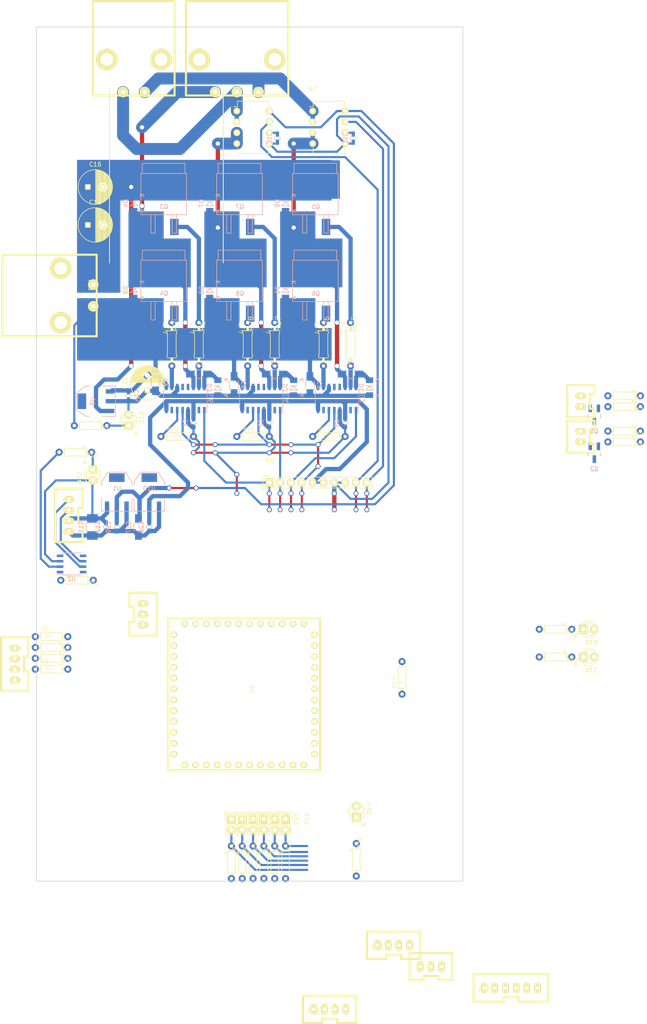
<source format=kicad_pcb>
(kicad_pcb (version 4) (host pcbnew 4.0.2-stable)
  (layers (0 F.Cu signal) (31 B.Cu signal) (34 B.Paste user) (35 F.Paste user) (36 B.SilkS user) (37 F.SilkS user) (38 B.Mask user) (39 F.Mask user) (44 Edge.Cuts user))
  (net 0 "")
  (net 1 +3V3)
  (net 2 GND)
  (net 3 "Net-(C5-Pad1)")
  (net 4 +15V)
  (net 5 GNDPWR)
  (net 6 "Net-(C7-Pad1)")
  (net 7 "Net-(C15-Pad1)")
  (net 8 +BATT)
  (net 9 +12V)
  (net 10 "Net-(P1-Pad3)")
  (net 11 "Net-(P1-Pad4)")
  (net 12 "Net-(P4-Pad3)")
  (net 13 "Net-(P4-Pad4)")
  (net 14 "Net-(Q1-Pad3)")
  (net 15 "Net-(Q2-Pad3)")
  (net 16 "Net-(Q5-Pad1)")
  (net 17 "Net-(Q6-Pad1)")
  (net 18 "Net-(Q7-Pad1)")
  (net 19 "Net-(Q8-Pad1)")
  (net 20 "Net-(R25-Pad2)")
  (net 21 "Net-(R26-Pad2)")
  (net 22 "Net-(R27-Pad2)")
  (net 23 "Net-(R28-Pad2)")
  (net 24 +5V)
  (net 25 "Net-(C4-Pad1)")
  (net 26 OUT_C)
  (net 27 "Net-(C5-Pad2)")
  (net 28 "Net-(C7-Pad2)")
  (net 29 "Net-(C10-Pad1)")
  (net 30 OUT_A)
  (net 31 OUT_B)
  (net 32 "Net-(Q3-Pad1)")
  (net 33 "Net-(Q4-Pad1)")
  (net 34 "Net-(R1-Pad2)")
  (net 35 "Net-(R2-Pad2)")
  (net 36 "Net-(D10-Pad1)")
  (net 37 "Net-(D11-Pad1)")
  (net 38 "Net-(D12-Pad1)")
  (net 39 "Net-(D13-Pad1)")
  (net 40 /LIM_A)
  (net 41 "Net-(P8-Pad2)")
  (net 42 /ENC_A)
  (net 43 /ENC_B)
  (net 44 "Net-(R15-Pad1)")
  (net 45 "Net-(R16-Pad1)")
  (net 46 "Net-(R17-Pad1)")
  (net 47 "Net-(R18-Pad1)")
  (net 48 "Net-(R19-Pad1)")
  (net 49 /CAN_TX)
  (net 50 /CAN_RX)
  (net 51 /PWM_A)
  (net 52 /~EN)
  (net 53 /PWM_B)
  (net 54 /Current_A)
  (net 55 /Current_B)
  (net 56 /I2C2_SCL)
  (net 57 /I2C2_SDA)
  (net 58 /SPI2_NSS)
  (net 59 /SPI2_SCK)
  (net 60 /SPI2_MISO)
  (net 61 /SPI2_MOSI)
  (net 62 /USART1_TX)
  (net 63 /USART1_RX)
  (net 64 /PWM_C)
  (net 65 "Net-(D14-Pad1)")
  (net 66 /PA8)
  (net 67 /POT_A)
  (net 68 /POT_B)
  (net 69 /TEMP_A_L)
  (net 70 /TEMP_B_L)
  (net 71 /TEMP_C_L)
  (net 72 /TEMP_A_H)
  (net 73 /TEMP_B_H)
  (net 74 /TEMP_C_H)
  (module Capacitors_SMD:C_0603_HandSoldering (layer B.Cu) (at 54.61 92.71 270)
    (fp_text reference C2 (at 0 1.9 270) (layer B.SilkS) (effects (justify mirror)))
    (fp_text value C)
    (pad 1 smd rect (at -0.95 0 270) (size 1.2 0.75) (layers B.Cu B.Paste B.Mask) (net 1 +3V3))
    (pad 2 smd rect (at 0.95 0 270) (size 1.2 0.75) (layers B.Cu B.Paste B.Mask) (net 2 GND))
  )
  (module Capacitors_SMD:C_0603_HandSoldering (layer B.Cu) (at 72.39 92.71 270)
    (fp_text reference C3 (at 0 1.9 270) (layer B.SilkS) (effects (justify mirror)))
    (fp_text value C)
    (pad 1 smd rect (at -0.95 0 270) (size 1.2 0.75) (layers B.Cu B.Paste B.Mask) (net 1 +3V3))
    (pad 2 smd rect (at 0.95 0 270) (size 1.2 0.75) (layers B.Cu B.Paste B.Mask) (net 2 GND))
  )
  (module Capacitors_SMD:C_1206_HandSoldering (layer B.Cu) (at 73.66 81.28 180)
    (fp_text reference C5 (at 0 2.3 180) (layer B.SilkS) (effects (justify mirror)))
    (fp_text value C)
    (pad 1 smd rect (at -2 0 180) (size 2 1.6) (layers B.Cu B.Paste B.Mask) (net 3 "Net-(C5-Pad1)"))
    (pad 2 smd rect (at 2 0 180) (size 2 1.6) (layers B.Cu B.Paste B.Mask) (net 27 "Net-(C5-Pad2)"))
  )
  (module Capacitors_SMD:C_1206_HandSoldering (layer B.Cu) (at 46.355 83.82 90)
    (fp_text reference C6 (at 0 2.3 90) (layer B.SilkS) (effects (justify mirror)))
    (fp_text value C)
    (pad 1 smd rect (at -2 0 90) (size 2 1.6) (layers B.Cu B.Paste B.Mask) (net 4 +15V))
    (pad 2 smd rect (at 2 0 90) (size 2 1.6) (layers B.Cu B.Paste B.Mask) (net 5 GNDPWR))
  )
  (module Capacitors_SMD:C_1206_HandSoldering (layer B.Cu) (at 55.88 81.28 180)
    (fp_text reference C7 (at 0 2.3 180) (layer B.SilkS) (effects (justify mirror)))
    (fp_text value C)
    (pad 1 smd rect (at -2 0 180) (size 2 1.6) (layers B.Cu B.Paste B.Mask) (net 6 "Net-(C7-Pad1)"))
    (pad 2 smd rect (at 2 0 180) (size 2 1.6) (layers B.Cu B.Paste B.Mask) (net 28 "Net-(C7-Pad2)"))
  )
  (module Capacitors_SMD:C_1206_HandSoldering (layer B.Cu) (at 64.135 83.82 90)
    (fp_text reference C8 (at 0 2.3 90) (layer B.SilkS) (effects (justify mirror)))
    (fp_text value C)
    (pad 1 smd rect (at -2 0 90) (size 2 1.6) (layers B.Cu B.Paste B.Mask) (net 4 +15V))
    (pad 2 smd rect (at 2 0 90) (size 2 1.6) (layers B.Cu B.Paste B.Mask) (net 5 GNDPWR))
  )
  (module Capacitors_SMD:C_1206_HandSoldering (layer B.Cu) (at 27.94 83.185 90)
    (fp_text reference C9 (at 0 2.3 90) (layer B.SilkS) (effects (justify mirror)))
    (fp_text value C)
    (pad 1 smd rect (at -2 0 90) (size 2 1.6) (layers B.Cu B.Paste B.Mask) (net 4 +15V))
    (pad 2 smd rect (at 2 0 90) (size 2 1.6) (layers B.Cu B.Paste B.Mask) (net 5 GNDPWR))
  )
  (module Capacitors_SMD:C_0603_HandSoldering (layer B.Cu) (at 74.295 26.035 270)
    (fp_text reference C15 (at 0 1.9 270) (layer B.SilkS) (effects (justify mirror)))
    (fp_text value C)
    (pad 1 smd rect (at -0.95 0 270) (size 1.2 0.75) (layers B.Cu B.Paste B.Mask) (net 7 "Net-(C15-Pad1)"))
    (pad 2 smd rect (at 0.95 0 270) (size 1.2 0.75) (layers B.Cu B.Paste B.Mask) (net 2 GND))
  )
  (module Diodes_SMD:MiniMELF_Standard (layer B.Cu) (at 78.105 84.455 270)
    (fp_text reference D1 (at 0 1.95 270) (layer B.SilkS) (effects (justify mirror)))
    (fp_text value D)
    (fp_text user K (at -1.8 -1.95 270) (layer B.SilkS) (effects (justify mirror)))
    (fp_text user A (at 1.8 -1.95 270) (layer B.SilkS) (effects (justify mirror)))
    (pad 1 smd rect (at -1.75006 0 270) (size 1.30048 1.69926) (layers B.Cu B.Paste B.Mask) (net 3 "Net-(C5-Pad1)"))
    (pad 2 smd rect (at 1.75006 0 270) (size 1.30048 1.69926) (layers B.Cu B.Paste B.Mask) (net 4 +15V))
  )
  (module Diodes_SMD:MiniMELF_Standard (layer B.Cu) (at 60.325 84.455 270)
    (fp_text reference D2 (at 0 1.95 270) (layer B.SilkS) (effects (justify mirror)))
    (fp_text value D)
    (fp_text user K (at -1.8 -1.95 270) (layer B.SilkS) (effects (justify mirror)))
    (fp_text user A (at 1.8 -1.95 270) (layer B.SilkS) (effects (justify mirror)))
    (pad 1 smd rect (at -1.75006 0 270) (size 1.30048 1.69926) (layers B.Cu B.Paste B.Mask) (net 6 "Net-(C7-Pad1)"))
    (pad 2 smd rect (at 1.75006 0 270) (size 1.30048 1.69926) (layers B.Cu B.Paste B.Mask) (net 4 +15V))
  )
  (module Diodes_SMD:MiniMELF_Standard (layer B.Cu) (at 42.545 84.455 270)
    (fp_text reference D3 (at 0 1.95 270) (layer B.SilkS) (effects (justify mirror)))
    (fp_text value D)
    (fp_text user K (at -1.8 -1.95 270) (layer B.SilkS) (effects (justify mirror)))
    (fp_text user A (at 1.8 -1.95 270) (layer B.SilkS) (effects (justify mirror)))
    (pad 1 smd rect (at -1.75006 0 270) (size 1.30048 1.69926) (layers B.Cu B.Paste B.Mask) (net 25 "Net-(C4-Pad1)"))
    (pad 2 smd rect (at 1.75006 0 270) (size 1.30048 1.69926) (layers B.Cu B.Paste B.Mask) (net 4 +15V))
  )
  (module Diodes_SMD:MiniMELF_Standard (layer B.Cu) (at 58.42 41.275 270)
    (fp_text reference D5 (at 0 1.95 270) (layer B.SilkS) (effects (justify mirror)))
    (fp_text value D)
    (fp_text user K (at -1.8 -1.95 270) (layer B.SilkS) (effects (justify mirror)))
    (fp_text user A (at 1.8 -1.95 270) (layer B.SilkS) (effects (justify mirror)))
    (pad 1 smd rect (at -1.75006 0 270) (size 1.30048 1.69926) (layers B.Cu B.Paste B.Mask) (net 8 +BATT))
    (pad 2 smd rect (at 1.75006 0 270) (size 1.30048 1.69926) (layers B.Cu B.Paste B.Mask) (net 27 "Net-(C5-Pad2)"))
  )
  (module Diodes_SMD:MiniMELF_Standard (layer B.Cu) (at 58.42 61.595 270)
    (fp_text reference D6 (at 0 1.95 270) (layer B.SilkS) (effects (justify mirror)))
    (fp_text value D)
    (fp_text user K (at -1.8 -1.95 270) (layer B.SilkS) (effects (justify mirror)))
    (fp_text user A (at 1.8 -1.95 270) (layer B.SilkS) (effects (justify mirror)))
    (pad 1 smd rect (at -1.75006 0 270) (size 1.30048 1.69926) (layers B.Cu B.Paste B.Mask) (net 27 "Net-(C5-Pad2)"))
    (pad 2 smd rect (at 1.75006 0 270) (size 1.30048 1.69926) (layers B.Cu B.Paste B.Mask) (net 5 GNDPWR))
  )
  (module Diodes_SMD:MiniMELF_Standard (layer B.Cu) (at 40.64 41.275 270)
    (fp_text reference D7 (at 0 1.95 270) (layer B.SilkS) (effects (justify mirror)))
    (fp_text value D)
    (fp_text user K (at -1.8 -1.95 270) (layer B.SilkS) (effects (justify mirror)))
    (fp_text user A (at 1.8 -1.95 270) (layer B.SilkS) (effects (justify mirror)))
    (pad 1 smd rect (at -1.75006 0 270) (size 1.30048 1.69926) (layers B.Cu B.Paste B.Mask) (net 8 +BATT))
    (pad 2 smd rect (at 1.75006 0 270) (size 1.30048 1.69926) (layers B.Cu B.Paste B.Mask) (net 28 "Net-(C7-Pad2)"))
  )
  (module Diodes_SMD:MiniMELF_Standard (layer B.Cu) (at 40.64 61.595 270)
    (fp_text reference D8 (at 0 1.95 270) (layer B.SilkS) (effects (justify mirror)))
    (fp_text value D)
    (fp_text user K (at -1.8 -1.95 270) (layer B.SilkS) (effects (justify mirror)))
    (fp_text user A (at 1.8 -1.95 270) (layer B.SilkS) (effects (justify mirror)))
    (pad 1 smd rect (at -1.75006 0 270) (size 1.30048 1.69926) (layers B.Cu B.Paste B.Mask) (net 28 "Net-(C7-Pad2)"))
    (pad 2 smd rect (at 1.75006 0 270) (size 1.30048 1.69926) (layers B.Cu B.Paste B.Mask) (net 5 GNDPWR))
  )
  (module Diodes_SMD:MiniMELF_Standard (layer B.Cu) (at 22.86 61.595 270)
    (fp_text reference D9 (at 0 1.95 270) (layer B.SilkS) (effects (justify mirror)))
    (fp_text value D)
    (fp_text user K (at -1.8 -1.95 270) (layer B.SilkS) (effects (justify mirror)))
    (fp_text user A (at 1.8 -1.95 270) (layer B.SilkS) (effects (justify mirror)))
    (pad 1 smd rect (at -1.75006 0 270) (size 1.30048 1.69926) (layers B.Cu B.Paste B.Mask) (net 26 OUT_C))
    (pad 2 smd rect (at 1.75006 0 270) (size 1.30048 1.69926) (layers B.Cu B.Paste B.Mask) (net 5 GNDPWR))
  )
  (module RP_KiCAD_Connector:XA_4T (layer F.Cu) (at -5.08 152.908 90)
    (fp_text reference P1 (at 0 0.5 90) (layer F.SilkS))
    (fp_text value CONN_01X04)
    (pad 1 thru_hole oval (at 0 0 90) (size 1.5 2.5) (drill 0.8) (layers *.Cu *.Mask F.SilkS) (net 2 GND))
    (pad 2 thru_hole oval (at 2.5 0 90) (size 1.5 2.5) (drill 0.8) (layers *.Cu *.Mask F.SilkS) (net 9 +12V))
    (pad 3 thru_hole oval (at 5 0 90) (size 1.5 2.5) (drill 0.8) (layers *.Cu *.Mask F.SilkS) (net 10 "Net-(P1-Pad3)"))
    (pad 4 thru_hole oval (at 7.5 0 90) (size 1.5 2.5) (drill 0.8) (layers *.Cu *.Mask F.SilkS) (net 11 "Net-(P1-Pad4)"))
  )
  (module RP_KiCAD_Connector:XA_4T (layer F.Cu) (at 7.62 118.11 90)
    (fp_text reference P4 (at 0 0.5 90) (layer F.SilkS))
    (fp_text value CONN_01X04)
    (pad 1 thru_hole oval (at 0 0 90) (size 1.5 2.5) (drill 0.8) (layers *.Cu *.Mask F.SilkS) (net 2 GND))
    (pad 2 thru_hole oval (at 2.5 0 90) (size 1.5 2.5) (drill 0.8) (layers *.Cu *.Mask F.SilkS) (net 9 +12V))
    (pad 3 thru_hole oval (at 5 0 90) (size 1.5 2.5) (drill 0.8) (layers *.Cu *.Mask F.SilkS) (net 12 "Net-(P4-Pad3)"))
    (pad 4 thru_hole oval (at 7.5 0 90) (size 1.5 2.5) (drill 0.8) (layers *.Cu *.Mask F.SilkS) (net 13 "Net-(P4-Pad4)"))
  )
  (module RP_KiCAD_Connector:XA_3T (layer F.Cu) (at 25 135 270)
    (fp_text reference P6 (at 0 0.5 270) (layer F.SilkS))
    (fp_text value CONN_01X03)
    (pad 1 thru_hole oval (at 0 0 270) (size 1.5 2.5) (drill 0.8) (layers *.Cu *.Mask F.SilkS) (net 2 GND))
    (pad 2 thru_hole oval (at 2.5 0 270) (size 1.5 2.5) (drill 0.8) (layers *.Cu *.Mask F.SilkS) (net 1 +3V3))
    (pad 3 thru_hole oval (at 5 0 270) (size 1.5 2.5) (drill 0.8) (layers *.Cu *.Mask F.SilkS) (net 67 /POT_A))
  )
  (module RP_KiCAD_Connector:XA_2T (layer F.Cu) (at 127.635 97.155 90)
    (fp_text reference P7 (at 0 0.5 90) (layer F.SilkS))
    (fp_text value CONN_01X02)
    (pad 1 thru_hole oval (at 0 0 90) (size 1.5 2.5) (drill 0.8) (layers *.Cu *.Mask F.SilkS) (net 2 GND))
    (pad 2 thru_hole oval (at 2.5 0 90) (size 1.5 2.5) (drill 0.8) (layers *.Cu *.Mask F.SilkS) (net 40 /LIM_A))
  )
  (module RP_KiCAD_Connector:XA_2T (layer F.Cu) (at 127.635 88.9 90)
    (fp_text reference P8 (at 0 0.5 90) (layer F.SilkS))
    (fp_text value CONN_01X02)
    (pad 1 thru_hole oval (at 0 0 90) (size 1.5 2.5) (drill 0.8) (layers *.Cu *.Mask F.SilkS) (net 2 GND))
    (pad 2 thru_hole oval (at 2.5 0 90) (size 1.5 2.5) (drill 0.8) (layers *.Cu *.Mask F.SilkS) (net 41 "Net-(P8-Pad2)"))
  )
  (module TO_SOT_Packages_SMD:SOT-23_Handsoldering (layer B.Cu) (at 130.81 90.805)
    (fp_text reference Q1 (at 0 3.81) (layer B.SilkS) (effects (justify mirror)))
    (fp_text value Q_NMOS_SDG)
    (pad 1 smd rect (at -0.95 -1.50114) (size 0.8001 1.80086) (layers B.Cu B.Paste B.Mask) (net 2 GND))
    (pad 2 smd rect (at 0.95 -1.50114) (size 0.8001 1.80086) (layers B.Cu B.Paste B.Mask) (net 42 /ENC_A))
    (pad 3 smd rect (at 0 1.50114) (size 0.8001 1.80086) (layers B.Cu B.Paste B.Mask) (net 14 "Net-(Q1-Pad3)"))
  )
  (module TO_SOT_Packages_SMD:SOT-23_Handsoldering (layer B.Cu) (at 130.81 99.695)
    (fp_text reference Q2 (at 0 3.81) (layer B.SilkS) (effects (justify mirror)))
    (fp_text value Q_NMOS_SDG)
    (pad 1 smd rect (at -0.95 -1.50114) (size 0.8001 1.80086) (layers B.Cu B.Paste B.Mask) (net 2 GND))
    (pad 2 smd rect (at 0.95 -1.50114) (size 0.8001 1.80086) (layers B.Cu B.Paste B.Mask) (net 43 /ENC_B))
    (pad 3 smd rect (at 0 1.50114) (size 0.8001 1.80086) (layers B.Cu B.Paste B.Mask) (net 15 "Net-(Q2-Pad3)"))
  )
  (module Housings_SOIC:SOIC-8_3.9x4.9mm_Pitch1.27mm (layer B.Cu) (at 8.255 125.73)
    (fp_text reference U2 (at 0 3.5) (layer B.SilkS) (effects (justify mirror)))
    (fp_text value MCP2551)
    (pad 1 smd rect (at -2.7 1.905) (size 1.55 0.6) (layers B.Cu B.Paste B.Mask) (net 49 /CAN_TX))
    (pad 2 smd rect (at -2.7 0.635) (size 1.55 0.6) (layers B.Cu B.Paste B.Mask) (net 2 GND))
    (pad 3 smd rect (at -2.7 -0.635) (size 1.55 0.6) (layers B.Cu B.Paste B.Mask) (net 9 +12V))
    (pad 4 smd rect (at -2.7 -1.905) (size 1.55 0.6) (layers B.Cu B.Paste B.Mask) (net 50 /CAN_RX))
    (pad 5 smd rect (at 2.7 -1.905) (size 1.55 0.6) (layers B.Cu B.Paste B.Mask))
    (pad 6 smd rect (at 2.7 -0.635) (size 1.55 0.6) (layers B.Cu B.Paste B.Mask) (net 12 "Net-(P4-Pad3)"))
    (pad 7 smd rect (at 2.7 0.635) (size 1.55 0.6) (layers B.Cu B.Paste B.Mask) (net 13 "Net-(P4-Pad4)"))
    (pad 8 smd rect (at 2.7 1.905) (size 1.55 0.6) (layers B.Cu B.Paste B.Mask) (net 45 "Net-(R16-Pad1)"))
  )
  (module Housings_SOIC:SOIC-16_3.9x9.9mm_Pitch1.27mm (layer B.Cu) (at 70.485 86.995 90)
    (fp_text reference U3 (at 0 6 90) (layer B.SilkS) (effects (justify mirror)))
    (fp_text value SI8234)
    (pad 1 smd rect (at -2.7 4.445 90) (size 1.5 0.6) (layers B.Cu B.Paste B.Mask) (net 51 /PWM_A))
    (pad 2 smd rect (at -2.7 3.175 90) (size 1.5 0.6) (layers B.Cu B.Paste B.Mask))
    (pad 3 smd rect (at -2.7 1.905 90) (size 1.5 0.6) (layers B.Cu B.Paste B.Mask) (net 1 +3V3))
    (pad 4 smd rect (at -2.7 0.635 90) (size 1.5 0.6) (layers B.Cu B.Paste B.Mask) (net 2 GND))
    (pad 5 smd rect (at -2.7 -0.635 90) (size 1.5 0.6) (layers B.Cu B.Paste B.Mask) (net 52 /~EN))
    (pad 6 smd rect (at -2.7 -1.905 90) (size 1.5 0.6) (layers B.Cu B.Paste B.Mask) (net 46 "Net-(R17-Pad1)"))
    (pad 7 smd rect (at -2.7 -3.175 90) (size 1.5 0.6) (layers B.Cu B.Paste B.Mask))
    (pad 8 smd rect (at -2.7 -4.445 90) (size 1.5 0.6) (layers B.Cu B.Paste B.Mask) (net 1 +3V3))
    (pad 9 smd rect (at 2.7 -4.445 90) (size 1.5 0.6) (layers B.Cu B.Paste B.Mask) (net 5 GNDPWR))
    (pad 10 smd rect (at 2.7 -3.175 90) (size 1.5 0.6) (layers B.Cu B.Paste B.Mask) (net 21 "Net-(R26-Pad2)"))
    (pad 11 smd rect (at 2.7 -1.905 90) (size 1.5 0.6) (layers B.Cu B.Paste B.Mask) (net 4 +15V))
    (pad 12 smd rect (at 2.7 -0.635 90) (size 1.5 0.6) (layers B.Cu B.Paste B.Mask))
    (pad 13 smd rect (at 2.7 0.635 90) (size 1.5 0.6) (layers B.Cu B.Paste B.Mask))
    (pad 14 smd rect (at 2.7 1.905 90) (size 1.5 0.6) (layers B.Cu B.Paste B.Mask) (net 27 "Net-(C5-Pad2)"))
    (pad 15 smd rect (at 2.7 3.175 90) (size 1.5 0.6) (layers B.Cu B.Paste B.Mask) (net 20 "Net-(R25-Pad2)"))
    (pad 16 smd rect (at 2.7 4.445 90) (size 1.5 0.6) (layers B.Cu B.Paste B.Mask) (net 3 "Net-(C5-Pad1)"))
  )
  (module Housings_SOIC:SOIC-16_3.9x9.9mm_Pitch1.27mm (layer B.Cu) (at 52.705 86.995 90)
    (fp_text reference U4 (at 0 6 90) (layer B.SilkS) (effects (justify mirror)))
    (fp_text value SI8234)
    (pad 1 smd rect (at -2.7 4.445 90) (size 1.5 0.6) (layers B.Cu B.Paste B.Mask) (net 53 /PWM_B))
    (pad 2 smd rect (at -2.7 3.175 90) (size 1.5 0.6) (layers B.Cu B.Paste B.Mask))
    (pad 3 smd rect (at -2.7 1.905 90) (size 1.5 0.6) (layers B.Cu B.Paste B.Mask) (net 1 +3V3))
    (pad 4 smd rect (at -2.7 0.635 90) (size 1.5 0.6) (layers B.Cu B.Paste B.Mask) (net 2 GND))
    (pad 5 smd rect (at -2.7 -0.635 90) (size 1.5 0.6) (layers B.Cu B.Paste B.Mask) (net 52 /~EN))
    (pad 6 smd rect (at -2.7 -1.905 90) (size 1.5 0.6) (layers B.Cu B.Paste B.Mask) (net 47 "Net-(R18-Pad1)"))
    (pad 7 smd rect (at -2.7 -3.175 90) (size 1.5 0.6) (layers B.Cu B.Paste B.Mask))
    (pad 8 smd rect (at -2.7 -4.445 90) (size 1.5 0.6) (layers B.Cu B.Paste B.Mask) (net 1 +3V3))
    (pad 9 smd rect (at 2.7 -4.445 90) (size 1.5 0.6) (layers B.Cu B.Paste B.Mask) (net 5 GNDPWR))
    (pad 10 smd rect (at 2.7 -3.175 90) (size 1.5 0.6) (layers B.Cu B.Paste B.Mask) (net 23 "Net-(R28-Pad2)"))
    (pad 11 smd rect (at 2.7 -1.905 90) (size 1.5 0.6) (layers B.Cu B.Paste B.Mask) (net 4 +15V))
    (pad 12 smd rect (at 2.7 -0.635 90) (size 1.5 0.6) (layers B.Cu B.Paste B.Mask))
    (pad 13 smd rect (at 2.7 0.635 90) (size 1.5 0.6) (layers B.Cu B.Paste B.Mask))
    (pad 14 smd rect (at 2.7 1.905 90) (size 1.5 0.6) (layers B.Cu B.Paste B.Mask) (net 28 "Net-(C7-Pad2)"))
    (pad 15 smd rect (at 2.7 3.175 90) (size 1.5 0.6) (layers B.Cu B.Paste B.Mask) (net 22 "Net-(R27-Pad2)"))
    (pad 16 smd rect (at 2.7 4.445 90) (size 1.5 0.6) (layers B.Cu B.Paste B.Mask) (net 6 "Net-(C7-Pad1)"))
  )
  (module Housings_SOIC:SOIC-16_3.9x9.9mm_Pitch1.27mm (layer B.Cu) (at 34.925 86.995 90)
    (fp_text reference U6 (at 0 6 90) (layer B.SilkS) (effects (justify mirror)))
    (fp_text value SI8234)
    (pad 1 smd rect (at -2.7 4.445 90) (size 1.5 0.6) (layers B.Cu B.Paste B.Mask) (net 64 /PWM_C))
    (pad 2 smd rect (at -2.7 3.175 90) (size 1.5 0.6) (layers B.Cu B.Paste B.Mask))
    (pad 3 smd rect (at -2.7 1.905 90) (size 1.5 0.6) (layers B.Cu B.Paste B.Mask) (net 1 +3V3))
    (pad 4 smd rect (at -2.7 0.635 90) (size 1.5 0.6) (layers B.Cu B.Paste B.Mask) (net 2 GND))
    (pad 5 smd rect (at -2.7 -0.635 90) (size 1.5 0.6) (layers B.Cu B.Paste B.Mask) (net 52 /~EN))
    (pad 6 smd rect (at -2.7 -1.905 90) (size 1.5 0.6) (layers B.Cu B.Paste B.Mask) (net 48 "Net-(R19-Pad1)"))
    (pad 7 smd rect (at -2.7 -3.175 90) (size 1.5 0.6) (layers B.Cu B.Paste B.Mask))
    (pad 8 smd rect (at -2.7 -4.445 90) (size 1.5 0.6) (layers B.Cu B.Paste B.Mask) (net 1 +3V3))
    (pad 9 smd rect (at 2.7 -4.445 90) (size 1.5 0.6) (layers B.Cu B.Paste B.Mask) (net 5 GNDPWR))
    (pad 10 smd rect (at 2.7 -3.175 90) (size 1.5 0.6) (layers B.Cu B.Paste B.Mask) (net 35 "Net-(R2-Pad2)"))
    (pad 11 smd rect (at 2.7 -1.905 90) (size 1.5 0.6) (layers B.Cu B.Paste B.Mask) (net 4 +15V))
    (pad 12 smd rect (at 2.7 -0.635 90) (size 1.5 0.6) (layers B.Cu B.Paste B.Mask))
    (pad 13 smd rect (at 2.7 0.635 90) (size 1.5 0.6) (layers B.Cu B.Paste B.Mask))
    (pad 14 smd rect (at 2.7 1.905 90) (size 1.5 0.6) (layers B.Cu B.Paste B.Mask) (net 26 OUT_C))
    (pad 15 smd rect (at 2.7 3.175 90) (size 1.5 0.6) (layers B.Cu B.Paste B.Mask) (net 34 "Net-(R1-Pad2)"))
    (pad 16 smd rect (at 2.7 4.445 90) (size 1.5 0.6) (layers B.Cu B.Paste B.Mask) (net 25 "Net-(C4-Pad1)"))
  )
  (module TO_SOT_Packages_SMD:SOT-404 (layer B.Cu) (at 65.405 41.275 180)
    (fp_text reference Q5 (at -0.09906 -0.8001 180) (layer B.SilkS) (effects (justify mirror)))
    (fp_text value Q_NMOS_GDS)
    (pad 1 smd rect (at -2.49936 -5.5499 180) (size 1.99898 3.79984) (layers B.Cu B.Paste B.Mask) (net 16 "Net-(Q5-Pad1)"))
    (pad 3 smd rect (at 2.49936 -5.5499 180) (size 1.99898 3.79984) (layers B.Cu B.Paste B.Mask) (net 27 "Net-(C5-Pad2)"))
    (pad 2 smd rect (at 0 5.5499 180) (size 11.50112 8.99922) (layers B.Cu B.Paste B.Mask) (net 8 +BATT))
  )
  (module TO_SOT_Packages_SMD:SOT-404 (layer B.Cu) (at 65.405 61.595 180)
    (fp_text reference Q6 (at -0.09906 -0.8001 180) (layer B.SilkS) (effects (justify mirror)))
    (fp_text value Q_NMOS_GDS)
    (pad 1 smd rect (at -2.49936 -5.5499 180) (size 1.99898 3.79984) (layers B.Cu B.Paste B.Mask) (net 17 "Net-(Q6-Pad1)"))
    (pad 3 smd rect (at 2.49936 -5.5499 180) (size 1.99898 3.79984) (layers B.Cu B.Paste B.Mask) (net 5 GNDPWR))
    (pad 2 smd rect (at 0 5.5499 180) (size 11.50112 8.99922) (layers B.Cu B.Paste B.Mask) (net 27 "Net-(C5-Pad2)"))
  )
  (module TO_SOT_Packages_SMD:SOT-404 (layer B.Cu) (at 47.625 41.275 180)
    (fp_text reference Q7 (at -0.09906 -0.8001 180) (layer B.SilkS) (effects (justify mirror)))
    (fp_text value Q_NMOS_GDS)
    (pad 1 smd rect (at -2.49936 -5.5499 180) (size 1.99898 3.79984) (layers B.Cu B.Paste B.Mask) (net 18 "Net-(Q7-Pad1)"))
    (pad 3 smd rect (at 2.49936 -5.5499 180) (size 1.99898 3.79984) (layers B.Cu B.Paste B.Mask) (net 28 "Net-(C7-Pad2)"))
    (pad 2 smd rect (at 0 5.5499 180) (size 11.50112 8.99922) (layers B.Cu B.Paste B.Mask) (net 8 +BATT))
  )
  (module TO_SOT_Packages_SMD:SOT-404 (layer B.Cu) (at 47.625 61.595 180)
    (fp_text reference Q8 (at -0.09906 -0.8001 180) (layer B.SilkS) (effects (justify mirror)))
    (fp_text value Q_NMOS_GDS)
    (pad 1 smd rect (at -2.49936 -5.5499 180) (size 1.99898 3.79984) (layers B.Cu B.Paste B.Mask) (net 19 "Net-(Q8-Pad1)"))
    (pad 3 smd rect (at 2.49936 -5.5499 180) (size 1.99898 3.79984) (layers B.Cu B.Paste B.Mask) (net 5 GNDPWR))
    (pad 2 smd rect (at 0 5.5499 180) (size 11.50112 8.99922) (layers B.Cu B.Paste B.Mask) (net 28 "Net-(C7-Pad2)"))
  )
  (module Capacitors_SMD:C_1206_HandSoldering (layer B.Cu) (at 38.1 81.28 180)
    (fp_text reference C4 (at 0 2.3 180) (layer B.SilkS) (effects (justify mirror)))
    (fp_text value C)
    (pad 1 smd rect (at -2 0 180) (size 2 1.6) (layers B.Cu B.Paste B.Mask) (net 25 "Net-(C4-Pad1)"))
    (pad 2 smd rect (at 2 0 180) (size 2 1.6) (layers B.Cu B.Paste B.Mask) (net 26 OUT_C))
  )
  (module Capacitors_SMD:C_0603_HandSoldering (layer B.Cu) (at 56.515 26.035 270)
    (fp_text reference C10 (at 0 1.9 270) (layer B.SilkS) (effects (justify mirror)))
    (fp_text value C)
    (pad 1 smd rect (at -0.95 0 270) (size 1.2 0.75) (layers B.Cu B.Paste B.Mask) (net 29 "Net-(C10-Pad1)"))
    (pad 2 smd rect (at 0.95 0 270) (size 1.2 0.75) (layers B.Cu B.Paste B.Mask) (net 2 GND))
  )
  (module TO_SOT_Packages_SMD:SOT-404 (layer B.Cu) (at 29.845 41.275 180)
    (fp_text reference Q3 (at -0.09906 -0.8001 180) (layer B.SilkS) (effects (justify mirror)))
    (fp_text value Q_NMOS_GDS)
    (pad 1 smd rect (at -2.49936 -5.5499 180) (size 1.99898 3.79984) (layers B.Cu B.Paste B.Mask) (net 32 "Net-(Q3-Pad1)"))
    (pad 3 smd rect (at 2.49936 -5.5499 180) (size 1.99898 3.79984) (layers B.Cu B.Paste B.Mask) (net 26 OUT_C))
    (pad 2 smd rect (at 0 5.5499 180) (size 11.50112 8.99922) (layers B.Cu B.Paste B.Mask) (net 8 +BATT))
  )
  (module TO_SOT_Packages_SMD:SOT-404 (layer B.Cu) (at 29.845 61.595 180)
    (fp_text reference Q4 (at -0.09906 -0.8001 180) (layer B.SilkS) (effects (justify mirror)))
    (fp_text value Q_NMOS_GDS)
    (pad 1 smd rect (at -2.49936 -5.5499 180) (size 1.99898 3.79984) (layers B.Cu B.Paste B.Mask) (net 33 "Net-(Q4-Pad1)"))
    (pad 3 smd rect (at 2.49936 -5.5499 180) (size 1.99898 3.79984) (layers B.Cu B.Paste B.Mask) (net 5 GNDPWR))
    (pad 2 smd rect (at 0 5.5499 180) (size 11.50112 8.99922) (layers B.Cu B.Paste B.Mask) (net 26 OUT_C))
  )
  (module RP_KiCAD_Connector:D-3200S_2 (layer F.Cu) (at 25.4 15.24 180)
    (fp_text reference P2 (at 0 0.5 180) (layer F.SilkS))
    (fp_text value CONN_01X02)
    (pad 1 thru_hole circle (at 0 0 180) (size 2.5 2.5) (drill 1) (layers *.Cu *.Mask F.SilkS) (net 30 OUT_A))
    (pad 2 thru_hole circle (at 5.08 0 180) (size 2.5 2.5) (drill 1) (layers *.Cu *.Mask F.SilkS) (net 31 OUT_B))
    (pad "" thru_hole circle (at -3.81 7.62 180) (size 5 5) (drill 3) (layers *.Cu *.Mask F.SilkS))
    (pad "" thru_hole circle (at 8.89 7.62 180) (size 5 5) (drill 3) (layers *.Cu *.Mask F.SilkS))
  )
  (module RP_KiCAD_Connector:D-3200S_3 (layer F.Cu) (at 52.07 15.24 180)
    (fp_text reference P3 (at 0 0.5 180) (layer F.SilkS))
    (fp_text value CONN_01X03)
    (pad 1 thru_hole circle (at 0 0 180) (size 2.5 2.5) (drill 1) (layers *.Cu *.Mask F.SilkS) (net 30 OUT_A))
    (pad 2 thru_hole circle (at 5.08 0 180) (size 2.5 2.5) (drill 1) (layers *.Cu *.Mask F.SilkS) (net 31 OUT_B))
    (pad "" thru_hole circle (at -3.81 7.62 180) (size 5 5) (drill 3) (layers *.Cu *.Mask F.SilkS))
    (pad "" thru_hole circle (at 13.85 7.62 180) (size 5 5) (drill 3) (layers *.Cu *.Mask F.SilkS))
    (pad 3 thru_hole circle (at 10.16 0 180) (size 2.5 2.5) (drill 1) (layers *.Cu *.Mask F.SilkS) (net 26 OUT_C))
  )
  (module RP_KiCAD_Connector:D-3200S_2 (layer F.Cu) (at 13.335 60.325 270)
    (fp_text reference P11 (at 0 0.5 270) (layer F.SilkS))
    (fp_text value CONN_01X02)
    (pad 1 thru_hole circle (at 0 0 270) (size 2.5 2.5) (drill 1) (layers *.Cu *.Mask F.SilkS) (net 8 +BATT))
    (pad 2 thru_hole circle (at 5.08 0 270) (size 2.5 2.5) (drill 1) (layers *.Cu *.Mask F.SilkS) (net 5 GNDPWR))
    (pad "" thru_hole circle (at -3.81 7.62 270) (size 5 5) (drill 3) (layers *.Cu *.Mask F.SilkS))
    (pad "" thru_hole circle (at 8.89 7.62 270) (size 5 5) (drill 3) (layers *.Cu *.Mask F.SilkS))
  )
  (module RP_KiCAD_Libs:0204_2f7 (layer F.Cu) (at 3.556 147.828 180)
    (fp_text reference R3 (at -2.54 -1.2954 180) (layer F.SilkS) (effects (font (size 0.94107 0.94107) (thickness 0.09906)) (justify left bottom)))
    (fp_text value 10k (at -1.6256 0.4826 180) (layer F.SilkS) (effects (font (size 0.94107 0.94107) (thickness 0.09906)) (justify left bottom)))
    (pad 1 thru_hole circle (at -3.81 0 180) (size 1.6764 1.6764) (drill 0.8) (layers *.Cu *.Mask) (net 9 +12V))
    (pad 2 thru_hole circle (at 3.81 0 180) (size 1.6764 1.6764) (drill 0.8) (layers *.Cu *.Mask) (net 10 "Net-(P1-Pad3)"))
  )
  (module RP_KiCAD_Libs:0204_2f7 (layer F.Cu) (at 3.556 145.288 180)
    (fp_text reference R4 (at -2.54 -1.2954 180) (layer F.SilkS) (effects (font (size 0.94107 0.94107) (thickness 0.09906)) (justify left bottom)))
    (fp_text value 10k (at -1.6256 0.4826 180) (layer F.SilkS) (effects (font (size 0.94107 0.94107) (thickness 0.09906)) (justify left bottom)))
    (pad 1 thru_hole circle (at -3.81 0 180) (size 1.6764 1.6764) (drill 0.8) (layers *.Cu *.Mask) (net 9 +12V))
    (pad 2 thru_hole circle (at 3.81 0 180) (size 1.6764 1.6764) (drill 0.8) (layers *.Cu *.Mask) (net 11 "Net-(P1-Pad4)"))
  )
  (module RP_KiCAD_Libs:0204_2f7 (layer F.Cu) (at 3.556 150.368)
    (fp_text reference R5 (at -2.54 -1.2954) (layer F.SilkS) (effects (font (size 0.94107 0.94107) (thickness 0.09906)) (justify left bottom)))
    (fp_text value 1k (at -1.6256 0.4826) (layer F.SilkS) (effects (font (size 0.94107 0.94107) (thickness 0.09906)) (justify left bottom)))
    (pad 1 thru_hole circle (at -3.81 0) (size 1.6764 1.6764) (drill 0.8) (layers *.Cu *.Mask) (net 10 "Net-(P1-Pad3)"))
    (pad 2 thru_hole circle (at 3.81 0) (size 1.6764 1.6764) (drill 0.8) (layers *.Cu *.Mask) (net 14 "Net-(Q1-Pad3)"))
  )
  (module RP_KiCAD_Libs:0204_2f7 (layer F.Cu) (at 3.556 142.748)
    (fp_text reference R6 (at -2.54 -1.2954) (layer F.SilkS) (effects (font (size 0.94107 0.94107) (thickness 0.09906)) (justify left bottom)))
    (fp_text value 1k (at -1.6256 0.4826) (layer F.SilkS) (effects (font (size 0.94107 0.94107) (thickness 0.09906)) (justify left bottom)))
    (pad 1 thru_hole circle (at -3.81 0) (size 1.6764 1.6764) (drill 0.8) (layers *.Cu *.Mask) (net 11 "Net-(P1-Pad4)"))
    (pad 2 thru_hole circle (at 3.81 0) (size 1.6764 1.6764) (drill 0.8) (layers *.Cu *.Mask) (net 15 "Net-(Q2-Pad3)"))
  )
  (module RP_KiCAD_Libs:0204_2f7 (layer F.Cu) (at 137.795 88.9 180)
    (fp_text reference R7 (at -2.54 -1.2954 180) (layer F.SilkS) (effects (font (size 0.94107 0.94107) (thickness 0.09906)) (justify left bottom)))
    (fp_text value 1k (at -1.6256 0.4826 180) (layer F.SilkS) (effects (font (size 0.94107 0.94107) (thickness 0.09906)) (justify left bottom)))
    (pad 1 thru_hole circle (at -3.81 0 180) (size 1.6764 1.6764) (drill 0.8) (layers *.Cu *.Mask) (net 1 +3V3))
    (pad 2 thru_hole circle (at 3.81 0 180) (size 1.6764 1.6764) (drill 0.8) (layers *.Cu *.Mask) (net 42 /ENC_A))
  )
  (module RP_KiCAD_Libs:0204_2f7 (layer F.Cu) (at 137.795 97.155 180)
    (fp_text reference R8 (at -2.54 -1.2954 180) (layer F.SilkS) (effects (font (size 0.94107 0.94107) (thickness 0.09906)) (justify left bottom)))
    (fp_text value 1k (at -1.6256 0.4826 180) (layer F.SilkS) (effects (font (size 0.94107 0.94107) (thickness 0.09906)) (justify left bottom)))
    (pad 1 thru_hole circle (at -3.81 0 180) (size 1.6764 1.6764) (drill 0.8) (layers *.Cu *.Mask) (net 1 +3V3))
    (pad 2 thru_hole circle (at 3.81 0 180) (size 1.6764 1.6764) (drill 0.8) (layers *.Cu *.Mask) (net 43 /ENC_B))
  )
  (module RP_KiCAD_Libs:0204_2f7 (layer F.Cu) (at 137.795 94.615 180)
    (fp_text reference R9 (at -2.54 -1.2954 180) (layer F.SilkS) (effects (font (size 0.94107 0.94107) (thickness 0.09906)) (justify left bottom)))
    (fp_text value 1k (at -1.6256 0.4826 180) (layer F.SilkS) (effects (font (size 0.94107 0.94107) (thickness 0.09906)) (justify left bottom)))
    (pad 1 thru_hole circle (at -3.81 0 180) (size 1.6764 1.6764) (drill 0.8) (layers *.Cu *.Mask) (net 1 +3V3))
    (pad 2 thru_hole circle (at 3.81 0 180) (size 1.6764 1.6764) (drill 0.8) (layers *.Cu *.Mask) (net 40 /LIM_A))
  )
  (module RP_KiCAD_Libs:0204_2f7 (layer F.Cu) (at 137.795 86.36 180)
    (fp_text reference R10 (at -2.54 -1.2954 180) (layer F.SilkS) (effects (font (size 0.94107 0.94107) (thickness 0.09906)) (justify left bottom)))
    (fp_text value 1k (at -1.6256 0.4826 180) (layer F.SilkS) (effects (font (size 0.94107 0.94107) (thickness 0.09906)) (justify left bottom)))
    (pad 1 thru_hole circle (at -3.81 0 180) (size 1.6764 1.6764) (drill 0.8) (layers *.Cu *.Mask) (net 1 +3V3))
    (pad 2 thru_hole circle (at 3.81 0 180) (size 1.6764 1.6764) (drill 0.8) (layers *.Cu *.Mask) (net 41 "Net-(P8-Pad2)"))
  )
  (module Capacitors_ThroughHole:C_Radial_D8_L11.5_P3.5 (layer F.Cu) (at 26.035 85.09 90)
    (fp_text reference C13 (at 1.75 -5.3 90) (layer F.SilkS))
    (fp_text value C)
    (pad 2 thru_hole circle (at 3.5 0 90) (size 1.3 1.3) (drill 0.8) (layers *.Cu *.Mask F.SilkS) (net 5 GNDPWR))
    (pad 1 thru_hole rect (at 0 0 90) (size 1.3 1.3) (drill 0.8) (layers *.Cu *.Mask F.SilkS) (net 4 +15V))
  )
  (module Capacitors_ThroughHole:C_Radial_D8_L11.5_P3.5 (layer F.Cu) (at 12.065 37.465)
    (fp_text reference C16 (at 1.75 -5.3) (layer F.SilkS))
    (fp_text value C)
    (pad 2 thru_hole circle (at 3.5 0) (size 1.3 1.3) (drill 0.8) (layers *.Cu *.Mask F.SilkS) (net 5 GNDPWR))
    (pad 1 thru_hole rect (at 0 0) (size 1.3 1.3) (drill 0.8) (layers *.Cu *.Mask F.SilkS) (net 8 +BATT))
  )
  (module Capacitors_ThroughHole:C_Radial_D8_L11.5_P3.5 (layer F.Cu) (at 12.065 46.355)
    (fp_text reference C18 (at 1.75 -5.3) (layer F.SilkS))
    (fp_text value C)
    (pad 2 thru_hole circle (at 3.5 0) (size 1.3 1.3) (drill 0.8) (layers *.Cu *.Mask F.SilkS) (net 5 GNDPWR))
    (pad 1 thru_hole rect (at 0 0) (size 1.3 1.3) (drill 0.8) (layers *.Cu *.Mask F.SilkS) (net 8 +BATT))
  )
  (module Capacitors_SMD:C_0603_HandSoldering (layer B.Cu) (at 21.59 86.36 90)
    (fp_text reference C14 (at 0 1.9 90) (layer B.SilkS) (effects (justify mirror)))
    (fp_text value C)
    (pad 1 smd rect (at -0.95 0 90) (size 1.2 0.75) (layers B.Cu B.Paste B.Mask) (net 4 +15V))
    (pad 2 smd rect (at 0.95 0 90) (size 1.2 0.75) (layers B.Cu B.Paste B.Mask) (net 5 GNDPWR))
  )
  (module Diodes_SMD:MiniMELF_Standard (layer B.Cu) (at 22.86 41.275 270)
    (fp_text reference D4 (at 0 1.95 270) (layer B.SilkS) (effects (justify mirror)))
    (fp_text value D)
    (fp_text user K (at -1.8 -1.95 270) (layer B.SilkS) (effects (justify mirror)))
    (fp_text user A (at 1.8 -1.95 270) (layer B.SilkS) (effects (justify mirror)))
    (pad 1 smd rect (at -1.75006 0 270) (size 1.30048 1.69926) (layers B.Cu B.Paste B.Mask) (net 8 +BATT))
    (pad 2 smd rect (at 1.75006 0 270) (size 1.30048 1.69926) (layers B.Cu B.Paste B.Mask) (net 26 OUT_C))
  )
  (module RP_KiCAD_Libs:0207_2f10 (layer F.Cu) (at 38.1 74.295 270)
    (fp_text reference R1 (at -3.048 -1.524 270) (layer F.SilkS) (effects (font (size 1.2065 1.2065) (thickness 0.127)) (justify left bottom)))
    (fp_text value 4.7 (at -2.2606 0.635 270) (layer F.SilkS) (effects (font (size 1.2065 1.2065) (thickness 0.127)) (justify left bottom)))
    (pad 1 thru_hole circle (at -5.08 0 270) (size 1.6764 1.6764) (drill 0.8) (layers *.Cu *.Mask) (net 32 "Net-(Q3-Pad1)"))
    (pad 2 thru_hole circle (at 5.08 0 270) (size 1.6764 1.6764) (drill 0.8) (layers *.Cu *.Mask) (net 34 "Net-(R1-Pad2)"))
  )
  (module RP_KiCAD_Libs:0207_2f10 (layer F.Cu) (at 31.75 74.295 270)
    (fp_text reference R2 (at -3.048 -1.524 270) (layer F.SilkS) (effects (font (size 1.2065 1.2065) (thickness 0.127)) (justify left bottom)))
    (fp_text value 4.7 (at -2.2606 0.635 270) (layer F.SilkS) (effects (font (size 1.2065 1.2065) (thickness 0.127)) (justify left bottom)))
    (pad 1 thru_hole circle (at -5.08 0 270) (size 1.6764 1.6764) (drill 0.8) (layers *.Cu *.Mask) (net 33 "Net-(Q4-Pad1)"))
    (pad 2 thru_hole circle (at 5.08 0 270) (size 1.6764 1.6764) (drill 0.8) (layers *.Cu *.Mask) (net 35 "Net-(R2-Pad2)"))
  )
  (module RP_KiCAD_Libs:0207_2f10 (layer F.Cu) (at 73.66 74.295 270)
    (fp_text reference R25 (at -3.048 -1.524 270) (layer F.SilkS) (effects (font (size 1.2065 1.2065) (thickness 0.127)) (justify left bottom)))
    (fp_text value 4.7 (at -2.2606 0.635 270) (layer F.SilkS) (effects (font (size 1.2065 1.2065) (thickness 0.127)) (justify left bottom)))
    (pad 1 thru_hole circle (at -5.08 0 270) (size 1.6764 1.6764) (drill 0.8) (layers *.Cu *.Mask) (net 16 "Net-(Q5-Pad1)"))
    (pad 2 thru_hole circle (at 5.08 0 270) (size 1.6764 1.6764) (drill 0.8) (layers *.Cu *.Mask) (net 20 "Net-(R25-Pad2)"))
  )
  (module RP_KiCAD_Libs:0207_2f10 (layer F.Cu) (at 67.31 74.295 270)
    (fp_text reference R26 (at -3.048 -1.524 270) (layer F.SilkS) (effects (font (size 1.2065 1.2065) (thickness 0.127)) (justify left bottom)))
    (fp_text value 4.7 (at -2.2606 0.635 270) (layer F.SilkS) (effects (font (size 1.2065 1.2065) (thickness 0.127)) (justify left bottom)))
    (pad 1 thru_hole circle (at -5.08 0 270) (size 1.6764 1.6764) (drill 0.8) (layers *.Cu *.Mask) (net 17 "Net-(Q6-Pad1)"))
    (pad 2 thru_hole circle (at 5.08 0 270) (size 1.6764 1.6764) (drill 0.8) (layers *.Cu *.Mask) (net 21 "Net-(R26-Pad2)"))
  )
  (module RP_KiCAD_Libs:0207_2f10 (layer F.Cu) (at 55.88 74.295 270)
    (fp_text reference R27 (at -3.048 -1.524 270) (layer F.SilkS) (effects (font (size 1.2065 1.2065) (thickness 0.127)) (justify left bottom)))
    (fp_text value 4.7 (at -2.2606 0.635 270) (layer F.SilkS) (effects (font (size 1.2065 1.2065) (thickness 0.127)) (justify left bottom)))
    (pad 1 thru_hole circle (at -5.08 0 270) (size 1.6764 1.6764) (drill 0.8) (layers *.Cu *.Mask) (net 18 "Net-(Q7-Pad1)"))
    (pad 2 thru_hole circle (at 5.08 0 270) (size 1.6764 1.6764) (drill 0.8) (layers *.Cu *.Mask) (net 22 "Net-(R27-Pad2)"))
  )
  (module RP_KiCAD_Libs:0207_2f10 (layer F.Cu) (at 49.53 74.295 270)
    (fp_text reference R28 (at -3.048 -1.524 270) (layer F.SilkS) (effects (font (size 1.2065 1.2065) (thickness 0.127)) (justify left bottom)))
    (fp_text value 4.7 (at -2.2606 0.635 270) (layer F.SilkS) (effects (font (size 1.2065 1.2065) (thickness 0.127)) (justify left bottom)))
    (pad 1 thru_hole circle (at -5.08 0 270) (size 1.6764 1.6764) (drill 0.8) (layers *.Cu *.Mask) (net 19 "Net-(Q8-Pad1)"))
    (pad 2 thru_hole circle (at 5.08 0 270) (size 1.6764 1.6764) (drill 0.8) (layers *.Cu *.Mask) (net 23 "Net-(R28-Pad2)"))
  )
  (module Capacitors_SMD:C_0603_HandSoldering (layer B.Cu) (at 36.83 92.71 270)
    (fp_text reference C1 (at 0 1.9 270) (layer B.SilkS) (effects (justify mirror)))
    (fp_text value C)
    (pad 1 smd rect (at -0.95 0 270) (size 1.2 0.75) (layers B.Cu B.Paste B.Mask) (net 1 +3V3))
    (pad 2 smd rect (at 0.95 0 270) (size 1.2 0.75) (layers B.Cu B.Paste B.Mask) (net 2 GND))
  )
  (module Housings_DIP:DIP-8_W7.62mm (layer F.Cu) (at 64.77 19.685)
    (fp_text reference U7 (at 0 -5.22) (layer F.SilkS))
    (fp_text value ACS714)
    (pad 1 thru_hole oval (at 0 0) (size 1.6 1.6) (drill 0.8) (layers *.Cu *.Mask F.SilkS) (net 30 OUT_A))
    (pad 2 thru_hole oval (at 0 2.54) (size 1.6 1.6) (drill 0.8) (layers *.Cu *.Mask F.SilkS) (net 30 OUT_A))
    (pad 3 thru_hole oval (at 0 5.08) (size 1.6 1.6) (drill 0.8) (layers *.Cu *.Mask F.SilkS) (net 27 "Net-(C5-Pad2)"))
    (pad 4 thru_hole oval (at 0 7.62) (size 1.6 1.6) (drill 0.8) (layers *.Cu *.Mask F.SilkS) (net 27 "Net-(C5-Pad2)"))
    (pad 5 thru_hole oval (at 7.62 7.62) (size 1.6 1.6) (drill 0.8) (layers *.Cu *.Mask F.SilkS) (net 2 GND))
    (pad 6 thru_hole oval (at 7.62 5.08) (size 1.6 1.6) (drill 0.8) (layers *.Cu *.Mask F.SilkS) (net 7 "Net-(C15-Pad1)"))
    (pad 7 thru_hole oval (at 7.62 2.54) (size 1.6 1.6) (drill 0.8) (layers *.Cu *.Mask F.SilkS) (net 54 /Current_A))
    (pad 8 thru_hole oval (at 7.62 0) (size 1.6 1.6) (drill 0.8) (layers *.Cu *.Mask F.SilkS) (net 24 +5V))
  )
  (module Housings_DIP:DIP-8_W7.62mm (layer F.Cu) (at 46.99 19.685)
    (fp_text reference U8 (at 0 -5.22) (layer F.SilkS))
    (fp_text value ACS714)
    (pad 1 thru_hole oval (at 0 0) (size 1.6 1.6) (drill 0.8) (layers *.Cu *.Mask F.SilkS) (net 31 OUT_B))
    (pad 2 thru_hole oval (at 0 2.54) (size 1.6 1.6) (drill 0.8) (layers *.Cu *.Mask F.SilkS) (net 31 OUT_B))
    (pad 3 thru_hole oval (at 0 5.08) (size 1.6 1.6) (drill 0.8) (layers *.Cu *.Mask F.SilkS) (net 28 "Net-(C7-Pad2)"))
    (pad 4 thru_hole oval (at 0 7.62) (size 1.6 1.6) (drill 0.8) (layers *.Cu *.Mask F.SilkS) (net 28 "Net-(C7-Pad2)"))
    (pad 5 thru_hole oval (at 7.62 7.62) (size 1.6 1.6) (drill 0.8) (layers *.Cu *.Mask F.SilkS) (net 2 GND))
    (pad 6 thru_hole oval (at 7.62 5.08) (size 1.6 1.6) (drill 0.8) (layers *.Cu *.Mask F.SilkS) (net 29 "Net-(C10-Pad1)"))
    (pad 7 thru_hole oval (at 7.62 2.54) (size 1.6 1.6) (drill 0.8) (layers *.Cu *.Mask F.SilkS) (net 55 /Current_B))
    (pad 8 thru_hole oval (at 7.62 0) (size 1.6 1.6) (drill 0.8) (layers *.Cu *.Mask F.SilkS) (net 24 +5V))
  )
  (module Sockets:PichConvertPCB_0.5-48 (layer F.Cu) (at 50 155 90)
    (fp_text reference U5 (at 0 0.5 90) (layer F.SilkS))
    (fp_text value STM32F103_48)
    (pad 1 thru_hole circle (at -17.78 -15.24 90) (size 1.524 1.524) (drill 0.762) (layers *.Cu *.Mask F.SilkS))
    (pad 2 thru_hole circle (at -17.78 -12.7 90) (size 1.524 1.524) (drill 0.762) (layers *.Cu *.Mask F.SilkS))
    (pad 3 thru_hole circle (at -17.78 -10.16 90) (size 1.524 1.524) (drill 0.762) (layers *.Cu *.Mask F.SilkS))
    (pad 4 thru_hole circle (at -17.78 -7.62 90) (size 1.524 1.524) (drill 0.762) (layers *.Cu *.Mask F.SilkS))
    (pad 5 thru_hole circle (at -17.78 -5.08 90) (size 1.524 1.524) (drill 0.762) (layers *.Cu *.Mask F.SilkS))
    (pad 6 thru_hole circle (at -17.78 -2.54 90) (size 1.524 1.524) (drill 0.762) (layers *.Cu *.Mask F.SilkS))
    (pad 7 thru_hole circle (at -17.78 0 90) (size 1.524 1.524) (drill 0.762) (layers *.Cu *.Mask F.SilkS) (net 44 "Net-(R15-Pad1)"))
    (pad 8 thru_hole circle (at -17.78 2.54 90) (size 1.524 1.524) (drill 0.762) (layers *.Cu *.Mask F.SilkS) (net 2 GND))
    (pad 9 thru_hole circle (at -17.78 5.08 90) (size 1.524 1.524) (drill 0.762) (layers *.Cu *.Mask F.SilkS) (net 1 +3V3))
    (pad 10 thru_hole circle (at -17.78 7.62 90) (size 1.524 1.524) (drill 0.762) (layers *.Cu *.Mask F.SilkS) (net 67 /POT_A))
    (pad 11 thru_hole circle (at -17.78 10.16 90) (size 1.524 1.524) (drill 0.762) (layers *.Cu *.Mask F.SilkS) (net 68 /POT_B))
    (pad 12 thru_hole circle (at -17.78 12.7 90) (size 1.524 1.524) (drill 0.762) (layers *.Cu *.Mask F.SilkS) (net 72 /TEMP_A_H))
    (pad 13 thru_hole circle (at -15.24 15.24 90) (size 1.524 1.524) (drill 0.762) (layers *.Cu *.Mask F.SilkS) (net 69 /TEMP_A_L))
    (pad 14 thru_hole circle (at -12.7 15.24 90) (size 1.524 1.524) (drill 0.762) (layers *.Cu *.Mask F.SilkS) (net 73 /TEMP_B_H))
    (pad 15 thru_hole circle (at -10.16 15.24 90) (size 1.524 1.524) (drill 0.762) (layers *.Cu *.Mask F.SilkS) (net 70 /TEMP_B_L))
    (pad 16 thru_hole circle (at -7.62 15.24 90) (size 1.524 1.524) (drill 0.762) (layers *.Cu *.Mask F.SilkS) (net 74 /TEMP_C_H))
    (pad 17 thru_hole circle (at -5.08 15.24 90) (size 1.524 1.524) (drill 0.762) (layers *.Cu *.Mask F.SilkS) (net 71 /TEMP_C_L))
    (pad 18 thru_hole circle (at -2.54 15.24 90) (size 1.524 1.524) (drill 0.762) (layers *.Cu *.Mask F.SilkS) (net 54 /Current_A))
    (pad 19 thru_hole circle (at 0 15.24 90) (size 1.524 1.524) (drill 0.762) (layers *.Cu *.Mask F.SilkS) (net 55 /Current_B))
    (pad 20 thru_hole circle (at 2.54 15.24 90) (size 1.524 1.524) (drill 0.762) (layers *.Cu *.Mask F.SilkS))
    (pad 21 thru_hole circle (at 5.08 15.24 90) (size 1.524 1.524) (drill 0.762) (layers *.Cu *.Mask F.SilkS) (net 56 /I2C2_SCL))
    (pad 22 thru_hole circle (at 7.62 15.24 90) (size 1.524 1.524) (drill 0.762) (layers *.Cu *.Mask F.SilkS) (net 57 /I2C2_SDA))
    (pad 23 thru_hole circle (at 10.16 15.24 90) (size 1.524 1.524) (drill 0.762) (layers *.Cu *.Mask F.SilkS) (net 2 GND))
    (pad 24 thru_hole circle (at 12.7 15.24 90) (size 1.524 1.524) (drill 0.762) (layers *.Cu *.Mask F.SilkS) (net 1 +3V3))
    (pad 25 thru_hole circle (at 15.24 12.7 90) (size 1.524 1.524) (drill 0.762) (layers *.Cu *.Mask F.SilkS) (net 58 /SPI2_NSS))
    (pad 26 thru_hole circle (at 15.24 10.16 90) (size 1.524 1.524) (drill 0.762) (layers *.Cu *.Mask F.SilkS) (net 59 /SPI2_SCK))
    (pad 27 thru_hole circle (at 15.24 7.62 90) (size 1.524 1.524) (drill 0.762) (layers *.Cu *.Mask F.SilkS) (net 60 /SPI2_MISO))
    (pad 28 thru_hole circle (at 15.24 5.08 90) (size 1.524 1.524) (drill 0.762) (layers *.Cu *.Mask F.SilkS) (net 61 /SPI2_MOSI))
    (pad 29 thru_hole circle (at 15.24 2.54 90) (size 1.524 1.524) (drill 0.762) (layers *.Cu *.Mask F.SilkS) (net 66 /PA8))
    (pad 30 thru_hole circle (at 15.24 0 90) (size 1.524 1.524) (drill 0.762) (layers *.Cu *.Mask F.SilkS) (net 62 /USART1_TX))
    (pad 32 thru_hole circle (at 15.24 -5.08 90) (size 1.524 1.524) (drill 0.762) (layers *.Cu *.Mask F.SilkS) (net 50 /CAN_RX))
    (pad 33 thru_hole circle (at 15.24 -7.62 90) (size 1.524 1.524) (drill 0.762) (layers *.Cu *.Mask F.SilkS) (net 49 /CAN_TX))
    (pad 34 thru_hole circle (at 15.24 -10.16 90) (size 1.524 1.524) (drill 0.762) (layers *.Cu *.Mask F.SilkS))
    (pad 31 thru_hole circle (at 15.24 -2.54 90) (size 1.524 1.524) (drill 0.762) (layers *.Cu *.Mask F.SilkS) (net 63 /USART1_RX))
    (pad 35 thru_hole circle (at 15.24 -12.7 90) (size 1.524 1.524) (drill 0.762) (layers *.Cu *.Mask F.SilkS) (net 2 GND))
    (pad 36 thru_hole circle (at 15.24 -15.24 90) (size 1.524 1.524) (drill 0.762) (layers *.Cu *.Mask F.SilkS) (net 1 +3V3))
    (pad 37 thru_hole circle (at 12.7 -17.78 90) (size 1.524 1.524) (drill 0.762) (layers *.Cu *.Mask F.SilkS))
    (pad 38 thru_hole circle (at 10.16 -17.78 90) (size 1.524 1.524) (drill 0.762) (layers *.Cu *.Mask F.SilkS))
    (pad 39 thru_hole circle (at 7.62 -17.78 90) (size 1.524 1.524) (drill 0.762) (layers *.Cu *.Mask F.SilkS))
    (pad 40 thru_hole circle (at 5.08 -17.78 90) (size 1.524 1.524) (drill 0.762) (layers *.Cu *.Mask F.SilkS))
    (pad 41 thru_hole circle (at 2.54 -17.78 90) (size 1.524 1.524) (drill 0.762) (layers *.Cu *.Mask F.SilkS))
    (pad 42 thru_hole circle (at 0 -17.78 90) (size 1.524 1.524) (drill 0.762) (layers *.Cu *.Mask F.SilkS) (net 51 /PWM_A))
    (pad 43 thru_hole circle (at -2.54 -17.78 90) (size 1.524 1.524) (drill 0.762) (layers *.Cu *.Mask F.SilkS) (net 53 /PWM_B))
    (pad 44 thru_hole circle (at -5.08 -17.78 90) (size 1.524 1.524) (drill 0.762) (layers *.Cu *.Mask F.SilkS))
    (pad 45 thru_hole circle (at -7.62 -17.78 90) (size 1.524 1.524) (drill 0.762) (layers *.Cu *.Mask F.SilkS) (net 64 /PWM_C))
    (pad 46 thru_hole circle (at -10.16 -17.78 90) (size 1.524 1.524) (drill 0.762) (layers *.Cu *.Mask F.SilkS) (net 52 /~EN))
    (pad 47 thru_hole circle (at -12.7 -17.78 90) (size 1.524 1.524) (drill 0.762) (layers *.Cu *.Mask F.SilkS) (net 2 GND))
    (pad 48 thru_hole circle (at -15.24 -17.78 90) (size 1.524 1.524) (drill 0.762) (layers *.Cu *.Mask F.SilkS) (net 1 +3V3))
  )
  (module Capacitors_SMD:C_1210_HandSoldering (layer B.Cu) (at 13.135 117.07 270)
    (fp_text reference C11 (at 0 2.7 270) (layer B.SilkS) (effects (justify mirror)))
    (fp_text value C)
    (pad 1 smd rect (at -2 0 270) (size 2 2.5) (layers B.Cu B.Paste B.Mask) (net 9 +12V))
    (pad 2 smd rect (at 2 0 270) (size 2 2.5) (layers B.Cu B.Paste B.Mask) (net 2 GND))
  )
  (module Capacitors_SMD:C_0603_HandSoldering (layer B.Cu) (at 16.31 117.07 270)
    (fp_text reference C12 (at 0 1.9 270) (layer B.SilkS) (effects (justify mirror)))
    (fp_text value C)
    (pad 1 smd rect (at -0.95 0 270) (size 1.2 0.75) (layers B.Cu B.Paste B.Mask) (net 9 +12V))
    (pad 2 smd rect (at 0.95 0 270) (size 1.2 0.75) (layers B.Cu B.Paste B.Mask) (net 2 GND))
  )
  (module Capacitors_SMD:C_1206_HandSoldering (layer B.Cu) (at 23.93 117.07 270)
    (fp_text reference C17 (at 0 2.3 270) (layer B.SilkS) (effects (justify mirror)))
    (fp_text value C)
    (pad 1 smd rect (at -2 0 270) (size 2 1.6) (layers B.Cu B.Paste B.Mask) (net 24 +5V))
    (pad 2 smd rect (at 2 0 270) (size 2 1.6) (layers B.Cu B.Paste B.Mask) (net 2 GND))
  )
  (module Capacitors_SMD:C_0603_HandSoldering (layer B.Cu) (at 18.85 117.07 270)
    (fp_text reference C19 (at 0 1.9 270) (layer B.SilkS) (effects (justify mirror)))
    (fp_text value C)
    (pad 1 smd rect (at -0.95 0 270) (size 1.2 0.75) (layers B.Cu B.Paste B.Mask) (net 24 +5V))
    (pad 2 smd rect (at 0.95 0 270) (size 1.2 0.75) (layers B.Cu B.Paste B.Mask) (net 2 GND))
  )
  (module Capacitors_SMD:C_0603_HandSoldering (layer B.Cu) (at 26.47 117.07 270)
    (fp_text reference C20 (at 0 1.9 270) (layer B.SilkS) (effects (justify mirror)))
    (fp_text value C)
    (pad 1 smd rect (at -0.95 0 270) (size 1.2 0.75) (layers B.Cu B.Paste B.Mask) (net 1 +3V3))
    (pad 2 smd rect (at 0.95 0 270) (size 1.2 0.75) (layers B.Cu B.Paste B.Mask) (net 2 GND))
  )
  (module TO_SOT_Packages_SMD:SOT-223_regul (layer B.Cu) (at 18.85 108.815 180)
    (fp_text reference U1 (at 0 0.762 180) (layer B.SilkS) (effects (justify mirror)))
    (fp_text value 7805)
    (pad 4 smd rect (at 0 3.302 180) (size 3.6576 2.032) (layers B.Cu B.Paste B.Mask))
    (pad VO smd rect (at 0 -3.302 180) (size 1.016 2.032) (layers B.Cu B.Paste B.Mask) (net 24 +5V))
    (pad VI smd rect (at 2.286 -3.302 180) (size 1.016 2.032) (layers B.Cu B.Paste B.Mask) (net 9 +12V))
    (pad GND smd rect (at -2.286 -3.302 180) (size 1.016 2.032) (layers B.Cu B.Paste B.Mask) (net 2 GND))
  )
  (module TO_SOT_Packages_SMD:SOT-223_regul (layer B.Cu) (at 13.97 87.63 270)
    (fp_text reference U9 (at 0 0.762 270) (layer B.SilkS) (effects (justify mirror)))
    (fp_text value 7805)
    (pad 4 smd rect (at 0 3.302 270) (size 3.6576 2.032) (layers B.Cu B.Paste B.Mask))
    (pad VO smd rect (at 0 -3.302 270) (size 1.016 2.032) (layers B.Cu B.Paste B.Mask) (net 4 +15V))
    (pad VI smd rect (at 2.286 -3.302 270) (size 1.016 2.032) (layers B.Cu B.Paste B.Mask) (net 8 +BATT))
    (pad GND smd rect (at -2.286 -3.302 270) (size 1.016 2.032) (layers B.Cu B.Paste B.Mask) (net 5 GNDPWR))
  )
  (module TO_SOT_Packages_SMD:SOT-223_regul (layer B.Cu) (at 26.47 108.815 180)
    (fp_text reference U10 (at 0 0.762 180) (layer B.SilkS) (effects (justify mirror)))
    (fp_text value 7805)
    (pad 4 smd rect (at 0 3.302 180) (size 3.6576 2.032) (layers B.Cu B.Paste B.Mask))
    (pad VO smd rect (at 0 -3.302 180) (size 1.016 2.032) (layers B.Cu B.Paste B.Mask) (net 1 +3V3))
    (pad VI smd rect (at 2.286 -3.302 180) (size 1.016 2.032) (layers B.Cu B.Paste B.Mask) (net 24 +5V))
    (pad GND smd rect (at -2.286 -3.302 180) (size 1.016 2.032) (layers B.Cu B.Paste B.Mask) (net 2 GND))
  )
  (module LEDs:LED-3MM (layer F.Cu) (at 128.215 141.015)
    (fp_text reference D10 (at 1.91 3.06) (layer F.SilkS))
    (fp_text value LED)
    (fp_text user K (at -1.69 1.74) (layer F.SilkS))
    (pad 1 thru_hole rect (at 0 0 90) (size 2 2) (drill 1.00076) (layers *.Cu *.Mask F.SilkS) (net 36 "Net-(D10-Pad1)"))
    (pad 2 thru_hole circle (at 2.54 0) (size 2 2) (drill 1.00076) (layers *.Cu *.Mask F.SilkS) (net 24 +5V))
  )
  (module LEDs:LED-3MM (layer F.Cu) (at 128.215 147.515)
    (fp_text reference D11 (at 1.91 3.06) (layer F.SilkS))
    (fp_text value LED)
    (fp_text user K (at -1.69 1.74) (layer F.SilkS))
    (pad 1 thru_hole rect (at 0 0 90) (size 2 2) (drill 1.00076) (layers *.Cu *.Mask F.SilkS) (net 37 "Net-(D11-Pad1)"))
    (pad 2 thru_hole circle (at 2.54 0) (size 2 2) (drill 1.00076) (layers *.Cu *.Mask F.SilkS) (net 1 +3V3))
  )
  (module LEDs:LED-3MM (layer F.Cu) (at 13.208 103.632 270)
    (fp_text reference D12 (at 1.91 3.06 270) (layer F.SilkS))
    (fp_text value LED)
    (fp_text user K (at -1.69 1.74 270) (layer F.SilkS))
    (pad 1 thru_hole rect (at 0 0) (size 2 2) (drill 1.00076) (layers *.Cu *.Mask F.SilkS) (net 38 "Net-(D12-Pad1)"))
    (pad 2 thru_hole circle (at 2.54 0 270) (size 2 2) (drill 1.00076) (layers *.Cu *.Mask F.SilkS) (net 9 +12V))
  )
  (module LEDs:LED-3MM (layer F.Cu) (at 21.59 93.345 90)
    (fp_text reference D13 (at 1.91 3.06 90) (layer F.SilkS))
    (fp_text value LED)
    (fp_text user K (at -1.69 1.74 90) (layer F.SilkS))
    (pad 1 thru_hole rect (at 0 0 180) (size 2 2) (drill 1.00076) (layers *.Cu *.Mask F.SilkS) (net 39 "Net-(D13-Pad1)"))
    (pad 2 thru_hole circle (at 2.54 0 90) (size 2 2) (drill 1.00076) (layers *.Cu *.Mask F.SilkS) (net 4 +15V))
  )
  (module RP_KiCAD_Libs:0204_2f7 (layer F.Cu) (at 121.715 141.015 180)
    (fp_text reference R11 (at -2.54 -1.2954 180) (layer F.SilkS) (effects (font (size 0.94107 0.94107) (thickness 0.09906)) (justify left bottom)))
    (fp_text value R (at -1.6256 0.4826 180) (layer F.SilkS) (effects (font (size 0.94107 0.94107) (thickness 0.09906)) (justify left bottom)))
    (pad 1 thru_hole circle (at -3.81 0 180) (size 1.6764 1.6764) (drill 0.8) (layers *.Cu *.Mask) (net 36 "Net-(D10-Pad1)"))
    (pad 2 thru_hole circle (at 3.81 0 180) (size 1.6764 1.6764) (drill 0.8) (layers *.Cu *.Mask) (net 2 GND))
  )
  (module RP_KiCAD_Libs:0204_2f7 (layer F.Cu) (at 121.715 147.515 180)
    (fp_text reference R12 (at -2.54 -1.2954 180) (layer F.SilkS) (effects (font (size 0.94107 0.94107) (thickness 0.09906)) (justify left bottom)))
    (fp_text value R (at -1.6256 0.4826 180) (layer F.SilkS) (effects (font (size 0.94107 0.94107) (thickness 0.09906)) (justify left bottom)))
    (pad 1 thru_hole circle (at -3.81 0 180) (size 1.6764 1.6764) (drill 0.8) (layers *.Cu *.Mask) (net 37 "Net-(D11-Pad1)"))
    (pad 2 thru_hole circle (at 3.81 0 180) (size 1.6764 1.6764) (drill 0.8) (layers *.Cu *.Mask) (net 2 GND))
  )
  (module RP_KiCAD_Libs:0204_2f7 (layer F.Cu) (at 9.144 99.568 180)
    (fp_text reference R13 (at -2.54 -1.2954 180) (layer F.SilkS) (effects (font (size 0.94107 0.94107) (thickness 0.09906)) (justify left bottom)))
    (fp_text value R (at -1.6256 0.4826 180) (layer F.SilkS) (effects (font (size 0.94107 0.94107) (thickness 0.09906)) (justify left bottom)))
    (pad 1 thru_hole circle (at -3.81 0 180) (size 1.6764 1.6764) (drill 0.8) (layers *.Cu *.Mask) (net 38 "Net-(D12-Pad1)"))
    (pad 2 thru_hole circle (at 3.81 0 180) (size 1.6764 1.6764) (drill 0.8) (layers *.Cu *.Mask) (net 2 GND))
  )
  (module RP_KiCAD_Libs:0204_2f7 (layer F.Cu) (at 12.7 93.345 180)
    (fp_text reference R14 (at -2.54 -1.2954 180) (layer F.SilkS) (effects (font (size 0.94107 0.94107) (thickness 0.09906)) (justify left bottom)))
    (fp_text value R (at -1.6256 0.4826 180) (layer F.SilkS) (effects (font (size 0.94107 0.94107) (thickness 0.09906)) (justify left bottom)))
    (pad 1 thru_hole circle (at -3.81 0 180) (size 1.6764 1.6764) (drill 0.8) (layers *.Cu *.Mask) (net 39 "Net-(D13-Pad1)"))
    (pad 2 thru_hole circle (at 3.81 0 180) (size 1.6764 1.6764) (drill 0.8) (layers *.Cu *.Mask) (net 5 GNDPWR))
  )
  (module RP_KiCAD_Libs:0204_2f7 (layer F.Cu) (at 85.725 152.4 90)
    (fp_text reference R15 (at -2.54 -1.2954 90) (layer F.SilkS) (effects (font (size 0.94107 0.94107) (thickness 0.09906)) (justify left bottom)))
    (fp_text value R (at -1.6256 0.4826 90) (layer F.SilkS) (effects (font (size 0.94107 0.94107) (thickness 0.09906)) (justify left bottom)))
    (pad 1 thru_hole circle (at -3.81 0 90) (size 1.6764 1.6764) (drill 0.8) (layers *.Cu *.Mask) (net 44 "Net-(R15-Pad1)"))
    (pad 2 thru_hole circle (at 3.81 0 90) (size 1.6764 1.6764) (drill 0.8) (layers *.Cu *.Mask) (net 1 +3V3))
  )
  (module RP_KiCAD_Libs:0204_2f7 (layer F.Cu) (at 9.525 129.54 180)
    (fp_text reference R16 (at -2.54 -1.2954 180) (layer F.SilkS) (effects (font (size 0.94107 0.94107) (thickness 0.09906)) (justify left bottom)))
    (fp_text value R (at -1.6256 0.4826 180) (layer F.SilkS) (effects (font (size 0.94107 0.94107) (thickness 0.09906)) (justify left bottom)))
    (pad 1 thru_hole circle (at -3.81 0 180) (size 1.6764 1.6764) (drill 0.8) (layers *.Cu *.Mask) (net 45 "Net-(R16-Pad1)"))
    (pad 2 thru_hole circle (at 3.81 0 180) (size 1.6764 1.6764) (drill 0.8) (layers *.Cu *.Mask) (net 2 GND))
  )
  (module RP_KiCAD_Libs:0204_2f7 (layer F.Cu) (at 68.58 95.885)
    (fp_text reference R17 (at -2.54 -1.2954) (layer F.SilkS) (effects (font (size 0.94107 0.94107) (thickness 0.09906)) (justify left bottom)))
    (fp_text value 10k (at -1.6256 0.4826) (layer F.SilkS) (effects (font (size 0.94107 0.94107) (thickness 0.09906)) (justify left bottom)))
    (pad 1 thru_hole circle (at -3.81 0) (size 1.6764 1.6764) (drill 0.8) (layers *.Cu *.Mask) (net 46 "Net-(R17-Pad1)"))
    (pad 2 thru_hole circle (at 3.81 0) (size 1.6764 1.6764) (drill 0.8) (layers *.Cu *.Mask) (net 2 GND))
  )
  (module RP_KiCAD_Libs:0204_2f7 (layer F.Cu) (at 50.8 95.885)
    (fp_text reference R18 (at -2.54 -1.2954) (layer F.SilkS) (effects (font (size 0.94107 0.94107) (thickness 0.09906)) (justify left bottom)))
    (fp_text value 10k (at -1.6256 0.4826) (layer F.SilkS) (effects (font (size 0.94107 0.94107) (thickness 0.09906)) (justify left bottom)))
    (pad 1 thru_hole circle (at -3.81 0) (size 1.6764 1.6764) (drill 0.8) (layers *.Cu *.Mask) (net 47 "Net-(R18-Pad1)"))
    (pad 2 thru_hole circle (at 3.81 0) (size 1.6764 1.6764) (drill 0.8) (layers *.Cu *.Mask) (net 2 GND))
  )
  (module RP_KiCAD_Libs:0204_2f7 (layer F.Cu) (at 33.02 95.885)
    (fp_text reference R19 (at -2.54 -1.2954) (layer F.SilkS) (effects (font (size 0.94107 0.94107) (thickness 0.09906)) (justify left bottom)))
    (fp_text value 10k (at -1.6256 0.4826) (layer F.SilkS) (effects (font (size 0.94107 0.94107) (thickness 0.09906)) (justify left bottom)))
    (pad 1 thru_hole circle (at -3.81 0) (size 1.6764 1.6764) (drill 0.8) (layers *.Cu *.Mask) (net 48 "Net-(R19-Pad1)"))
    (pad 2 thru_hole circle (at 3.81 0) (size 1.6764 1.6764) (drill 0.8) (layers *.Cu *.Mask) (net 2 GND))
  )
  (module Socket_Strips:Socket_Strip_Straight_1x10 (layer F.Cu) (at 54.61 106.68)
    (fp_text reference P5 (at 0 -5.1) (layer F.SilkS))
    (fp_text value CONN_01X10)
    (pad 1 thru_hole rect (at 0 0) (size 1.7272 2.032) (drill 1.016) (layers *.Cu *.Mask F.SilkS) (net 64 /PWM_C))
    (pad 2 thru_hole oval (at 2.54 0) (size 1.7272 2.032) (drill 1.016) (layers *.Cu *.Mask F.SilkS) (net 53 /PWM_B))
    (pad 3 thru_hole oval (at 5.08 0) (size 1.7272 2.032) (drill 1.016) (layers *.Cu *.Mask F.SilkS) (net 51 /PWM_A))
    (pad 4 thru_hole oval (at 7.62 0) (size 1.7272 2.032) (drill 1.016) (layers *.Cu *.Mask F.SilkS) (net 52 /~EN))
    (pad 5 thru_hole oval (at 10.16 0) (size 1.7272 2.032) (drill 1.016) (layers *.Cu *.Mask F.SilkS) (net 1 +3V3))
    (pad 6 thru_hole oval (at 12.7 0) (size 1.7272 2.032) (drill 1.016) (layers *.Cu *.Mask F.SilkS) (net 1 +3V3))
    (pad 7 thru_hole oval (at 15.24 0) (size 1.7272 2.032) (drill 1.016) (layers *.Cu *.Mask F.SilkS) (net 2 GND))
    (pad 8 thru_hole oval (at 17.78 0) (size 1.7272 2.032) (drill 1.016) (layers *.Cu *.Mask F.SilkS) (net 2 GND))
    (pad 9 thru_hole oval (at 20.32 0) (size 1.7272 2.032) (drill 1.016) (layers *.Cu *.Mask F.SilkS) (net 55 /Current_B))
    (pad 10 thru_hole oval (at 22.86 0) (size 1.7272 2.032) (drill 1.016) (layers *.Cu *.Mask F.SilkS) (net 54 /Current_A))
  )
  (module LEDs:LED-3MM (layer F.Cu) (at 75 185 90)
    (fp_text reference D14 (at 1.91 3.06 90) (layer F.SilkS))
    (fp_text value LED)
    (fp_text user K (at -1.69 1.74 90) (layer F.SilkS))
    (pad 1 thru_hole rect (at 0 0 180) (size 2 2) (drill 1.00076) (layers *.Cu *.Mask F.SilkS) (net 65 "Net-(D14-Pad1)"))
    (pad 2 thru_hole circle (at 2.54 0 90) (size 2 2) (drill 1.00076) (layers *.Cu *.Mask F.SilkS) (net 66 /PA8))
  )
  (module RP_KiCAD_Connector:XA_3T (layer F.Cu) (at 90 220)
    (fp_text reference P9 (at 0 0.5) (layer F.SilkS))
    (fp_text value CONN_01X03)
    (pad 3 thru_hole oval (at 0 0) (size 1.5 2.5) (drill 0.8) (layers *.Cu *.Mask F.SilkS) (net 68 /POT_B))
    (pad 2 thru_hole oval (at 2.5 0) (size 1.5 2.5) (drill 0.8) (layers *.Cu *.Mask F.SilkS) (net 1 +3V3))
    (pad 1 thru_hole oval (at 5 0) (size 1.5 2.5) (drill 0.8) (layers *.Cu *.Mask F.SilkS) (net 2 GND))
  )
  (module Socket_Strips:Socket_Strip_Straight_1x02 (layer F.Cu) (at 55.88 185.42 270)
    (fp_text reference P10 (at 0 -5.1 270) (layer F.SilkS))
    (fp_text value CONN_01X02)
    (pad 1 thru_hole rect (at 0 0 270) (size 2.032 2.032) (drill 1.016) (layers *.Cu *.Mask F.SilkS) (net 1 +3V3))
    (pad 2 thru_hole oval (at 2.54 0 270) (size 2.032 2.032) (drill 1.016) (layers *.Cu *.Mask F.SilkS) (net 69 /TEMP_A_L))
  )
  (module Socket_Strips:Socket_Strip_Straight_1x02 (layer F.Cu) (at 58.42 185.42 270)
    (fp_text reference P12 (at 0 -5.1 270) (layer F.SilkS))
    (fp_text value CONN_01X02)
    (pad 1 thru_hole rect (at 0 0 270) (size 2.032 2.032) (drill 1.016) (layers *.Cu *.Mask F.SilkS) (net 1 +3V3))
    (pad 2 thru_hole oval (at 2.54 0 270) (size 2.032 2.032) (drill 1.016) (layers *.Cu *.Mask F.SilkS) (net 70 /TEMP_B_L))
  )
  (module Socket_Strips:Socket_Strip_Straight_1x02 (layer F.Cu) (at 48.26 185.42 270)
    (fp_text reference P13 (at 0 -5.1 270) (layer F.SilkS))
    (fp_text value CONN_01X02)
    (pad 1 thru_hole rect (at 0 0 270) (size 2.032 2.032) (drill 1.016) (layers *.Cu *.Mask F.SilkS) (net 1 +3V3))
    (pad 2 thru_hole oval (at 2.54 0 270) (size 2.032 2.032) (drill 1.016) (layers *.Cu *.Mask F.SilkS) (net 71 /TEMP_C_L))
  )
  (module Socket_Strips:Socket_Strip_Straight_1x02 (layer F.Cu) (at 53.34 185.42 270)
    (fp_text reference P14 (at 0 -5.1 270) (layer F.SilkS))
    (fp_text value CONN_01X02)
    (pad 1 thru_hole rect (at 0 0 270) (size 2.032 2.032) (drill 1.016) (layers *.Cu *.Mask F.SilkS) (net 1 +3V3))
    (pad 2 thru_hole oval (at 2.54 0 270) (size 2.032 2.032) (drill 1.016) (layers *.Cu *.Mask F.SilkS) (net 72 /TEMP_A_H))
  )
  (module Socket_Strips:Socket_Strip_Straight_1x02 (layer F.Cu) (at 45.72 185.42 270)
    (fp_text reference P15 (at 0 -5.1 270) (layer F.SilkS))
    (fp_text value CONN_01X02)
    (pad 1 thru_hole rect (at 0 0 270) (size 2.032 2.032) (drill 1.016) (layers *.Cu *.Mask F.SilkS) (net 1 +3V3))
    (pad 2 thru_hole oval (at 2.54 0 270) (size 2.032 2.032) (drill 1.016) (layers *.Cu *.Mask F.SilkS) (net 73 /TEMP_B_H))
  )
  (module Socket_Strips:Socket_Strip_Straight_1x02 (layer F.Cu) (at 50.8 185.42 270)
    (fp_text reference P16 (at 0 -5.1 270) (layer F.SilkS))
    (fp_text value CONN_01X02)
    (pad 1 thru_hole rect (at 0 0 270) (size 2.032 2.032) (drill 1.016) (layers *.Cu *.Mask F.SilkS) (net 1 +3V3))
    (pad 2 thru_hole oval (at 2.54 0 270) (size 2.032 2.032) (drill 1.016) (layers *.Cu *.Mask F.SilkS) (net 74 /TEMP_C_H))
  )
  (module RP_KiCAD_Connector:XA_6T (layer F.Cu) (at 105 225)
    (fp_text reference P17 (at 0 0.5) (layer F.SilkS))
    (fp_text value CONN_01X06)
    (pad 6 thru_hole oval (at 0 0) (size 1.5 2.5) (drill 0.8) (layers *.Cu *.Mask F.SilkS) (net 61 /SPI2_MOSI))
    (pad 5 thru_hole oval (at 2.5 0) (size 1.5 2.5) (drill 0.8) (layers *.Cu *.Mask F.SilkS) (net 60 /SPI2_MISO))
    (pad 4 thru_hole oval (at 5 0) (size 1.5 2.5) (drill 0.8) (layers *.Cu *.Mask F.SilkS) (net 59 /SPI2_SCK))
    (pad 3 thru_hole oval (at 7.5 0) (size 1.5 2.5) (drill 0.8) (layers *.Cu *.Mask F.SilkS) (net 58 /SPI2_NSS))
    (pad 2 thru_hole oval (at 10 0) (size 1.5 2.5) (drill 0.8) (layers *.Cu *.Mask F.SilkS) (net 1 +3V3))
    (pad 1 thru_hole oval (at 12.5 0) (size 1.5 2.5) (drill 0.8) (layers *.Cu *.Mask F.SilkS) (net 2 GND))
  )
  (module RP_KiCAD_Connector:XA_4T (layer F.Cu) (at 65 230)
    (fp_text reference P18 (at 0 0.5) (layer F.SilkS))
    (fp_text value CONN_01X04)
    (pad 4 thru_hole oval (at 0 0) (size 1.5 2.5) (drill 0.8) (layers *.Cu *.Mask F.SilkS) (net 62 /USART1_TX))
    (pad 3 thru_hole oval (at 2.5 0) (size 1.5 2.5) (drill 0.8) (layers *.Cu *.Mask F.SilkS) (net 63 /USART1_RX))
    (pad 2 thru_hole oval (at 5 0) (size 1.5 2.5) (drill 0.8) (layers *.Cu *.Mask F.SilkS) (net 1 +3V3))
    (pad 1 thru_hole oval (at 7.5 0) (size 1.5 2.5) (drill 0.8) (layers *.Cu *.Mask F.SilkS) (net 2 GND))
  )
  (module RP_KiCAD_Connector:XA_4T (layer F.Cu) (at 80 215)
    (fp_text reference P19 (at 0 0.5) (layer F.SilkS))
    (fp_text value CONN_01X04)
    (pad 4 thru_hole oval (at 0 0) (size 1.5 2.5) (drill 0.8) (layers *.Cu *.Mask F.SilkS) (net 57 /I2C2_SDA))
    (pad 3 thru_hole oval (at 2.5 0) (size 1.5 2.5) (drill 0.8) (layers *.Cu *.Mask F.SilkS) (net 56 /I2C2_SCL))
    (pad 2 thru_hole oval (at 5 0) (size 1.5 2.5) (drill 0.8) (layers *.Cu *.Mask F.SilkS) (net 1 +3V3))
    (pad 1 thru_hole oval (at 7.5 0) (size 1.5 2.5) (drill 0.8) (layers *.Cu *.Mask F.SilkS) (net 2 GND))
  )
  (module RP_KiCAD_Libs:0204_2f7 (layer F.Cu) (at 55.88 195.58 270)
    (fp_text reference R20 (at -2.54 -1.2954 270) (layer F.SilkS) (effects (font (size 0.94107 0.94107) (thickness 0.09906)) (justify left bottom)))
    (fp_text value R (at -1.6256 0.4826 270) (layer F.SilkS) (effects (font (size 0.94107 0.94107) (thickness 0.09906)) (justify left bottom)))
    (pad 1 thru_hole circle (at -3.81 0 270) (size 1.6764 1.6764) (drill 0.8) (layers *.Cu *.Mask) (net 69 /TEMP_A_L))
    (pad 2 thru_hole circle (at 3.81 0 270) (size 1.6764 1.6764) (drill 0.8) (layers *.Cu *.Mask) (net 2 GND))
  )
  (module RP_KiCAD_Libs:0204_2f7 (layer F.Cu) (at 58.42 195.58 270)
    (fp_text reference R21 (at -2.54 -1.2954 270) (layer F.SilkS) (effects (font (size 0.94107 0.94107) (thickness 0.09906)) (justify left bottom)))
    (fp_text value R (at -1.6256 0.4826 270) (layer F.SilkS) (effects (font (size 0.94107 0.94107) (thickness 0.09906)) (justify left bottom)))
    (pad 1 thru_hole circle (at -3.81 0 270) (size 1.6764 1.6764) (drill 0.8) (layers *.Cu *.Mask) (net 70 /TEMP_B_L))
    (pad 2 thru_hole circle (at 3.81 0 270) (size 1.6764 1.6764) (drill 0.8) (layers *.Cu *.Mask) (net 2 GND))
  )
  (module RP_KiCAD_Libs:0204_2f7 (layer F.Cu) (at 48.26 195.58 270)
    (fp_text reference R22 (at -2.54 -1.2954 270) (layer F.SilkS) (effects (font (size 0.94107 0.94107) (thickness 0.09906)) (justify left bottom)))
    (fp_text value R (at -1.6256 0.4826 270) (layer F.SilkS) (effects (font (size 0.94107 0.94107) (thickness 0.09906)) (justify left bottom)))
    (pad 1 thru_hole circle (at -3.81 0 270) (size 1.6764 1.6764) (drill 0.8) (layers *.Cu *.Mask) (net 71 /TEMP_C_L))
    (pad 2 thru_hole circle (at 3.81 0 270) (size 1.6764 1.6764) (drill 0.8) (layers *.Cu *.Mask) (net 2 GND))
  )
  (module RP_KiCAD_Libs:0204_2f7 (layer F.Cu) (at 53.34 195.58 270)
    (fp_text reference R23 (at -2.54 -1.2954 270) (layer F.SilkS) (effects (font (size 0.94107 0.94107) (thickness 0.09906)) (justify left bottom)))
    (fp_text value R (at -1.6256 0.4826 270) (layer F.SilkS) (effects (font (size 0.94107 0.94107) (thickness 0.09906)) (justify left bottom)))
    (pad 1 thru_hole circle (at -3.81 0 270) (size 1.6764 1.6764) (drill 0.8) (layers *.Cu *.Mask) (net 72 /TEMP_A_H))
    (pad 2 thru_hole circle (at 3.81 0 270) (size 1.6764 1.6764) (drill 0.8) (layers *.Cu *.Mask) (net 2 GND))
  )
  (module RP_KiCAD_Libs:0204_2f7 (layer F.Cu) (at 45.72 195.58 270)
    (fp_text reference R24 (at -2.54 -1.2954 270) (layer F.SilkS) (effects (font (size 0.94107 0.94107) (thickness 0.09906)) (justify left bottom)))
    (fp_text value R (at -1.6256 0.4826 270) (layer F.SilkS) (effects (font (size 0.94107 0.94107) (thickness 0.09906)) (justify left bottom)))
    (pad 1 thru_hole circle (at -3.81 0 270) (size 1.6764 1.6764) (drill 0.8) (layers *.Cu *.Mask) (net 73 /TEMP_B_H))
    (pad 2 thru_hole circle (at 3.81 0 270) (size 1.6764 1.6764) (drill 0.8) (layers *.Cu *.Mask) (net 2 GND))
  )
  (module RP_KiCAD_Libs:0204_2f7 (layer F.Cu) (at 50.8 195.58 270)
    (fp_text reference R29 (at -2.54 -1.2954 270) (layer F.SilkS) (effects (font (size 0.94107 0.94107) (thickness 0.09906)) (justify left bottom)))
    (fp_text value R (at -1.6256 0.4826 270) (layer F.SilkS) (effects (font (size 0.94107 0.94107) (thickness 0.09906)) (justify left bottom)))
    (pad 1 thru_hole circle (at -3.81 0 270) (size 1.6764 1.6764) (drill 0.8) (layers *.Cu *.Mask) (net 74 /TEMP_C_H))
    (pad 2 thru_hole circle (at 3.81 0 270) (size 1.6764 1.6764) (drill 0.8) (layers *.Cu *.Mask) (net 2 GND))
  )
  (module RP_KiCAD_Libs:0204_2f7 (layer F.Cu) (at 75 195 270)
    (fp_text reference R30 (at -2.54 -1.2954 270) (layer F.SilkS) (effects (font (size 0.94107 0.94107) (thickness 0.09906)) (justify left bottom)))
    (fp_text value R (at -1.6256 0.4826 270) (layer F.SilkS) (effects (font (size 0.94107 0.94107) (thickness 0.09906)) (justify left bottom)))
    (pad 1 thru_hole circle (at -3.81 0 270) (size 1.6764 1.6764) (drill 0.8) (layers *.Cu *.Mask) (net 65 "Net-(D14-Pad1)"))
    (pad 2 thru_hole circle (at 3.81 0 270) (size 1.6764 1.6764) (drill 0.8) (layers *.Cu *.Mask) (net 2 GND))
  )
  (gr_line (start 100 200) (end 100 0) (angle 90) (layer Edge.Cuts) (width 0.15))
  (gr_line (start 0 200) (end 100 200) (angle 90) (layer Edge.Cuts) (width 0.15))
  (gr_line (start 0 0) (end 0 200) (angle 90) (layer Edge.Cuts) (width 0.15))
  (gr_line (start 17.145 14.605) (end 17.145 55.245) (angle 90) (layer F.SilkS) (width 0.2))
  (gr_line (start 43.815 14.605) (end 43.815 55.245) (angle 90) (layer F.SilkS) (width 0.2))
  (gr_line (start 100 0) (end 0 0) (angle 90) (layer Edge.Cuts) (width 0.15))
  (segment (start 26.47 112.117) (end 26.47 110.69) (width 1) (layer B.Cu) (net 1))
  (segment (start 26.67 91.44) (end 30.48 87.63) (width 1) (layer B.Cu) (net 1))
  (segment (start 26.67 97.79) (end 26.67 91.44) (width 1) (layer B.Cu) (net 1))
  (segment (start 35.56 106.68) (end 26.67 97.79) (width 1) (layer B.Cu) (net 1))
  (segment (start 35.56 107.95) (end 35.56 106.68) (width 1) (layer B.Cu) (net 1))
  (segment (start 33.655 109.855) (end 35.56 107.95) (width 1) (layer B.Cu) (net 1))
  (segment (start 27.305 109.855) (end 33.655 109.855) (width 1) (layer B.Cu) (net 1))
  (segment (start 26.47 110.69) (end 27.305 109.855) (width 1) (layer B.Cu) (net 1))
  (segment (start 64.77 106.68) (end 67.945 103.505) (width 1) (layer B.Cu) (net 1))
  (segment (start 75.565 87.63) (end 71.755 87.63) (width 1) (layer B.Cu) (net 1))
  (segment (start 77.47 89.535) (end 75.565 87.63) (width 1) (layer B.Cu) (net 1))
  (segment (start 77.47 97.155) (end 77.47 89.535) (width 1) (layer B.Cu) (net 1))
  (segment (start 71.12 103.505) (end 77.47 97.155) (width 1) (layer B.Cu) (net 1))
  (segment (start 67.945 103.505) (end 71.12 103.505) (width 1) (layer B.Cu) (net 1))
  (segment (start 64.77 106.68) (end 67.31 106.68) (width 0.5) (layer B.Cu) (net 1))
  (segment (start 26.47 112.117) (end 26.47 116.12) (width 1) (layer B.Cu) (net 1))
  (segment (start 36.83 91.76) (end 36.83 89.695) (width 1) (layer B.Cu) (net 1))
  (segment (start 30.48 89.695) (end 30.48 87.63) (width 1) (layer B.Cu) (net 1))
  (segment (start 72.39 91.76) (end 72.39 89.695) (width 1) (layer B.Cu) (net 1))
  (segment (start 66.04 89.695) (end 66.04 87.63) (width 1) (layer B.Cu) (net 1))
  (segment (start 54.61 89.695) (end 54.61 91.76) (width 1) (layer B.Cu) (net 1))
  (segment (start 54.61 89.695) (end 54.61 87.63) (width 1) (layer B.Cu) (net 1))
  (segment (start 48.26 89.695) (end 48.26 87.63) (width 1) (layer B.Cu) (net 1))
  (segment (start 36.83 89.695) (end 36.83 87.63) (width 1) (layer B.Cu) (net 1))
  (segment (start 72.39 89.695) (end 72.39 88.265) (width 1) (layer B.Cu) (net 1))
  (segment (start 72.39 88.265) (end 71.755 87.63) (width 1) (layer B.Cu) (net 1))
  (segment (start 71.755 87.63) (end 66.04 87.63) (width 1) (layer B.Cu) (net 1))
  (segment (start 66.04 87.63) (end 54.61 87.63) (width 1) (layer B.Cu) (net 1))
  (segment (start 54.61 87.63) (end 48.26 87.63) (width 1) (layer B.Cu) (net 1))
  (segment (start 48.26 87.63) (end 36.83 87.63) (width 1) (layer B.Cu) (net 1))
  (segment (start 36.83 87.63) (end 30.48 87.63) (width 1) (layer B.Cu) (net 1))
  (segment (start 5.334 99.568) (end 1.016 103.886) (width 0.5) (layer B.Cu) (net 2))
  (segment (start 2.921 126.365) (end 5.555 126.365) (width 0.5) (layer B.Cu) (net 2))
  (segment (start 1.016 124.46) (end 2.921 126.365) (width 0.5) (layer B.Cu) (net 2))
  (segment (start 1.016 103.886) (end 1.016 124.46) (width 0.5) (layer B.Cu) (net 2))
  (segment (start 7.62 118.11) (end 8.58 119.07) (width 1) (layer B.Cu) (net 2))
  (segment (start 8.58 119.07) (end 13.135 119.07) (width 1) (layer B.Cu) (net 2))
  (segment (start 41.91 99.695) (end 46.99 104.775) (width 0.5) (layer B.Cu) (net 2))
  (via (at 46.99 109.22) (size 1.2) (drill 0.8) (layers F.Cu B.Cu) (net 2))
  (segment (start 46.99 104.775) (end 46.99 109.22) (width 0.5) (layer F.Cu) (net 2))
  (via (at 46.99 104.775) (size 1.2) (drill 0.8) (layers F.Cu B.Cu) (net 2))
  (segment (start 69.85 106.68) (end 69.85 109.22) (width 1) (layer B.Cu) (net 2))
  (via (at 69.85 113.03) (size 1.2) (drill 0.8) (layers F.Cu B.Cu) (net 2))
  (segment (start 69.85 109.22) (end 69.85 113.03) (width 1) (layer F.Cu) (net 2))
  (via (at 69.85 109.22) (size 1.2) (drill 0.8) (layers F.Cu B.Cu) (net 2))
  (segment (start 69.85 106.68) (end 73.66 110.49) (width 0.5) (layer B.Cu) (net 2))
  (segment (start 78.74 110.49) (end 82.55 106.68) (width 0.5) (layer B.Cu) (net 2))
  (segment (start 73.66 110.49) (end 78.74 110.49) (width 0.5) (layer B.Cu) (net 2))
  (segment (start 72.39 27.305) (end 70.485 25.4) (width 0.5) (layer B.Cu) (net 2))
  (segment (start 75.565 20.955) (end 82.55 27.94) (width 0.5) (layer B.Cu) (net 2))
  (segment (start 71.12 20.955) (end 75.565 20.955) (width 0.5) (layer B.Cu) (net 2))
  (segment (start 70.485 21.59) (end 71.12 20.955) (width 0.5) (layer B.Cu) (net 2))
  (segment (start 70.485 25.4) (end 70.485 21.59) (width 0.5) (layer B.Cu) (net 2))
  (segment (start 82.55 103.505) (end 82.55 27.94) (width 0.5) (layer B.Cu) (net 2))
  (segment (start 82.55 106.68) (end 82.55 103.505) (width 0.5) (layer B.Cu) (net 2))
  (segment (start 69.85 106.68) (end 72.39 106.68) (width 0.5) (layer B.Cu) (net 2))
  (via (at 54.61 99.695) (size 1.2) (drill 0.8) (layers F.Cu B.Cu) (net 2))
  (segment (start 72.39 95.885) (end 68.58 99.695) (width 0.5) (layer B.Cu) (net 2))
  (segment (start 59.69 99.695) (end 68.58 99.695) (width 0.5) (layer B.Cu) (net 2))
  (via (at 59.69 99.695) (size 1.2) (drill 0.8) (layers F.Cu B.Cu) (net 2))
  (segment (start 59.69 99.695) (end 54.61 99.695) (width 0.5) (layer F.Cu) (net 2))
  (segment (start 54.61 99.695) (end 41.91 99.695) (width 0.5) (layer B.Cu) (net 2))
  (via (at 41.91 99.695) (size 1.2) (drill 0.8) (layers F.Cu B.Cu) (net 2))
  (segment (start 41.91 99.695) (end 36.83 99.695) (width 0.5) (layer F.Cu) (net 2))
  (via (at 36.83 99.695) (size 1.2) (drill 0.8) (layers F.Cu B.Cu) (net 2))
  (segment (start 36.83 99.695) (end 38.1 98.425) (width 0.5) (layer B.Cu) (net 2))
  (segment (start 38.1 98.425) (end 38.1 97.155) (width 0.5) (layer B.Cu) (net 2))
  (segment (start 38.1 97.155) (end 36.83 95.885) (width 0.5) (layer B.Cu) (net 2))
  (segment (start 55.88 98.425) (end 54.61 99.695) (width 0.5) (layer B.Cu) (net 2))
  (segment (start 55.88 97.155) (end 54.61 95.885) (width 0.5) (layer B.Cu) (net 2))
  (segment (start 55.88 97.155) (end 55.88 98.425) (width 0.5) (layer B.Cu) (net 2))
  (segment (start 72.39 95.885) (end 72.39 93.66) (width 0.5) (layer B.Cu) (net 2))
  (segment (start 36.83 95.885) (end 36.83 93.66) (width 0.5) (layer B.Cu) (net 2))
  (segment (start 54.61 95.885) (end 54.61 93.66) (width 0.5) (layer B.Cu) (net 2))
  (segment (start 72.505 95.45) (end 72.39 95.335) (width 0.5) (layer B.Cu) (net 2))
  (segment (start 54.725 95.45) (end 54.61 95.335) (width 0.5) (layer B.Cu) (net 2))
  (segment (start 36.945 95.45) (end 36.83 95.335) (width 0.5) (layer B.Cu) (net 2))
  (segment (start 21.136 112.117) (end 21.136 116.435) (width 1) (layer B.Cu) (net 2))
  (segment (start 21.136 116.435) (end 19.551 118.02) (width 1) (layer B.Cu) (net 2))
  (segment (start 28.756 112.117) (end 28.756 117.07) (width 1) (layer B.Cu) (net 2))
  (segment (start 27.806 118.02) (end 26.47 118.02) (width 1) (layer B.Cu) (net 2))
  (segment (start 28.756 117.07) (end 27.806 118.02) (width 1) (layer B.Cu) (net 2))
  (segment (start 23.93 119.07) (end 25.42 119.07) (width 1) (layer B.Cu) (net 2))
  (segment (start 25.42 119.07) (end 26.47 118.02) (width 1) (layer B.Cu) (net 2))
  (segment (start 13.135 119.07) (end 15.26 119.07) (width 1) (layer B.Cu) (net 2))
  (segment (start 15.26 119.07) (end 16.31 118.02) (width 1) (layer B.Cu) (net 2))
  (segment (start 16.31 118.02) (end 19.551 118.02) (width 1) (layer B.Cu) (net 2))
  (segment (start 19.551 118.02) (end 22.88 118.02) (width 1) (layer B.Cu) (net 2))
  (segment (start 22.88 118.02) (end 23.93 119.07) (width 1) (layer B.Cu) (net 2))
  (segment (start 54.61 27.305) (end 56.515 29.21) (width 0.5) (layer B.Cu) (net 2))
  (segment (start 56.515 29.21) (end 70.485 29.21) (width 0.5) (layer B.Cu) (net 2))
  (segment (start 70.485 29.21) (end 72.39 27.305) (width 0.5) (layer B.Cu) (net 2))
  (segment (start 72.075 93.66) (end 72.39 93.66) (width 0.5) (layer B.Cu) (net 2))
  (segment (start 37.145 93.66) (end 36.83 93.66) (width 0.5) (layer B.Cu) (net 2))
  (segment (start 72.39 27.305) (end 73.975 27.305) (width 0.5) (layer B.Cu) (net 2))
  (segment (start 73.975 27.305) (end 74.295 26.985) (width 0.5) (layer B.Cu) (net 2))
  (segment (start 54.61 27.305) (end 56.195 27.305) (width 0.5) (layer B.Cu) (net 2))
  (segment (start 56.195 27.305) (end 56.515 26.985) (width 0.5) (layer B.Cu) (net 2))
  (segment (start 36.83 93.66) (end 36.51 93.66) (width 1) (layer B.Cu) (net 2))
  (segment (start 36.51 93.66) (end 35.56 92.71) (width 1) (layer B.Cu) (net 2))
  (segment (start 35.56 92.71) (end 35.56 89.695) (width 1) (layer B.Cu) (net 2))
  (segment (start 54.61 93.66) (end 54.29 93.66) (width 1) (layer B.Cu) (net 2))
  (segment (start 54.29 93.66) (end 53.34 92.71) (width 1) (layer B.Cu) (net 2))
  (segment (start 53.34 92.71) (end 53.34 89.695) (width 1) (layer B.Cu) (net 2))
  (segment (start 72.39 93.66) (end 72.07 93.66) (width 1) (layer B.Cu) (net 2))
  (segment (start 72.07 93.66) (end 71.12 92.71) (width 1) (layer B.Cu) (net 2))
  (segment (start 71.12 92.71) (end 71.12 89.695) (width 1) (layer B.Cu) (net 2))
  (segment (start 75.66 81.28) (end 76.68006 81.28) (width 1) (layer B.Cu) (net 3))
  (segment (start 76.68006 81.28) (end 78.105 82.70494) (width 1) (layer B.Cu) (net 3))
  (segment (start 74.93 84.295) (end 74.93 82.01) (width 1) (layer B.Cu) (net 3))
  (segment (start 74.93 82.01) (end 75.66 81.28) (width 1) (layer B.Cu) (net 3))
  (segment (start 21.59 90.805) (end 21.59 87.31) (width 0.5) (layer B.Cu) (net 4))
  (segment (start 21.59 87.31) (end 21.91 87.63) (width 1) (layer B.Cu) (net 4))
  (segment (start 21.91 87.63) (end 22.225 87.63) (width 1) (layer B.Cu) (net 4))
  (segment (start 23.495 87.63) (end 25.94 85.185) (width 1) (layer B.Cu) (net 4))
  (segment (start 25.94 85.185) (end 27.94 85.185) (width 1) (layer B.Cu) (net 4))
  (segment (start 31.75 86.36) (end 33.02 85.09) (width 1) (layer B.Cu) (net 4))
  (segment (start 33.02 85.09) (end 33.02 84.295) (width 1) (layer B.Cu) (net 4))
  (segment (start 49.53 86.36) (end 50.8 85.09) (width 1) (layer B.Cu) (net 4))
  (segment (start 50.8 85.09) (end 50.8 84.295) (width 1) (layer B.Cu) (net 4))
  (segment (start 68.58 84.295) (end 68.58 85.09) (width 1) (layer B.Cu) (net 4))
  (segment (start 68.58 85.09) (end 67.31 86.36) (width 1) (layer B.Cu) (net 4))
  (segment (start 76.835 86.36) (end 77.95006 86.36) (width 1) (layer B.Cu) (net 4))
  (segment (start 77.95006 86.36) (end 78.105 86.20506) (width 1) (layer B.Cu) (net 4))
  (segment (start 62.865 86.36) (end 63.595 86.36) (width 1) (layer B.Cu) (net 4))
  (segment (start 63.595 86.36) (end 64.135 85.82) (width 1) (layer B.Cu) (net 4))
  (segment (start 59.055 86.36) (end 60.17006 86.36) (width 1) (layer B.Cu) (net 4))
  (segment (start 60.17006 86.36) (end 60.325 86.20506) (width 1) (layer B.Cu) (net 4))
  (segment (start 45.085 86.36) (end 45.815 86.36) (width 1) (layer B.Cu) (net 4))
  (segment (start 45.815 86.36) (end 46.355 85.82) (width 1) (layer B.Cu) (net 4))
  (segment (start 43.815 86.36) (end 42.69994 86.36) (width 1) (layer B.Cu) (net 4))
  (segment (start 42.69994 86.36) (end 42.545 86.20506) (width 1) (layer B.Cu) (net 4))
  (segment (start 27.94 85.185) (end 29.115 86.36) (width 1) (layer B.Cu) (net 4))
  (segment (start 29.115 86.36) (end 31.75 86.36) (width 1) (layer B.Cu) (net 4))
  (segment (start 31.75 86.36) (end 43.815 86.36) (width 1) (layer B.Cu) (net 4))
  (segment (start 43.815 86.36) (end 45.085 86.36) (width 1) (layer B.Cu) (net 4))
  (segment (start 45.085 86.36) (end 49.53 86.36) (width 1) (layer B.Cu) (net 4))
  (segment (start 49.53 86.36) (end 59.055 86.36) (width 1) (layer B.Cu) (net 4))
  (segment (start 59.055 86.36) (end 62.865 86.36) (width 1) (layer B.Cu) (net 4))
  (segment (start 62.865 86.36) (end 67.31 86.36) (width 1) (layer B.Cu) (net 4))
  (segment (start 67.31 86.36) (end 76.835 86.36) (width 1) (layer B.Cu) (net 4))
  (segment (start 21.91 87.63) (end 22.225 87.63) (width 1) (layer B.Cu) (net 4))
  (segment (start 22.225 87.63) (end 23.495 87.63) (width 1) (layer B.Cu) (net 4))
  (segment (start 17.78 87.63) (end 22.225 87.63) (width 1) (layer B.Cu) (net 4))
  (segment (start 8.89 93.345) (end 8.89 69.85) (width 0.5) (layer B.Cu) (net 5))
  (segment (start 8.89 69.85) (end 13.335 65.405) (width 0.5) (layer B.Cu) (net 5))
  (segment (start 17.78 85.09) (end 22.535 85.09) (width 1) (layer B.Cu) (net 5))
  (segment (start 17.78 85.09) (end 21.27 85.09) (width 1) (layer B.Cu) (net 5))
  (segment (start 26.035 81.59) (end 26.44 81.185) (width 1) (layer B.Cu) (net 5))
  (segment (start 26.44 81.185) (end 27.94 81.185) (width 1) (layer B.Cu) (net 5))
  (segment (start 22.535 85.09) (end 26.035 81.59) (width 1) (layer B.Cu) (net 5))
  (segment (start 21.27 85.09) (end 21.59 85.41) (width 1) (layer B.Cu) (net 5))
  (segment (start 64.135 81.82) (end 64.135 75.565) (width 1) (layer B.Cu) (net 5))
  (segment (start 64.135 75.565) (end 65.405 74.295) (width 1) (layer B.Cu) (net 5))
  (segment (start 64.135 81.82) (end 66.04 83.725) (width 1) (layer B.Cu) (net 5))
  (segment (start 66.04 83.725) (end 66.04 84.295) (width 1) (layer B.Cu) (net 5))
  (segment (start 46.355 81.82) (end 48.26 83.725) (width 1) (layer B.Cu) (net 5))
  (segment (start 48.26 83.725) (end 48.26 84.295) (width 1) (layer B.Cu) (net 5))
  (segment (start 46.355 81.82) (end 46.355 75.565) (width 1) (layer B.Cu) (net 5))
  (segment (start 46.355 75.565) (end 47.625 74.295) (width 1) (layer B.Cu) (net 5))
  (segment (start 27.94 81.185) (end 27.94 76.2) (width 1) (layer B.Cu) (net 5))
  (segment (start 27.94 76.2) (end 29.845 74.295) (width 1) (layer B.Cu) (net 5))
  (segment (start 30.48 84.295) (end 30.48 83.725) (width 1) (layer B.Cu) (net 5))
  (segment (start 30.48 83.725) (end 27.94 81.185) (width 1) (layer B.Cu) (net 5))
  (segment (start 45.12564 67.1449) (end 45.12564 71.79564) (width 1) (layer B.Cu) (net 5))
  (segment (start 45.12564 71.79564) (end 47.625 74.295) (width 1) (layer B.Cu) (net 5))
  (segment (start 62.90564 67.1449) (end 62.90564 71.79564) (width 1) (layer B.Cu) (net 5))
  (segment (start 62.90564 71.79564) (end 65.405 74.295) (width 1) (layer B.Cu) (net 5))
  (segment (start 27.34564 67.1449) (end 27.34564 71.755) (width 1) (layer B.Cu) (net 5))
  (segment (start 27.34564 71.755) (end 27.34564 71.79564) (width 1) (layer B.Cu) (net 5))
  (segment (start 27.34564 71.79564) (end 29.845 74.295) (width 1) (layer B.Cu) (net 5))
  (segment (start 29.845 74.295) (end 46.355 74.295) (width 1) (layer B.Cu) (net 5))
  (segment (start 46.355 74.295) (end 47.625 74.295) (width 1) (layer B.Cu) (net 5))
  (segment (start 47.625 74.295) (end 64.135 74.295) (width 1) (layer B.Cu) (net 5))
  (segment (start 64.135 74.295) (end 65.405 74.295) (width 1) (layer B.Cu) (net 5))
  (segment (start 65.405 74.295) (end 67.945 74.295) (width 1) (layer B.Cu) (net 5))
  (segment (start 58.42 63.34506) (end 62.21984 67.1449) (width 1) (layer B.Cu) (net 5))
  (segment (start 62.21984 67.1449) (end 62.90564 67.1449) (width 1) (layer B.Cu) (net 5))
  (segment (start 40.64 63.34506) (end 44.43984 67.1449) (width 1) (layer B.Cu) (net 5))
  (segment (start 44.43984 67.1449) (end 45.12564 67.1449) (width 1) (layer B.Cu) (net 5))
  (segment (start 22.86 63.34506) (end 26.65984 67.1449) (width 1) (layer B.Cu) (net 5))
  (segment (start 26.65984 67.1449) (end 27.34564 67.1449) (width 1) (layer B.Cu) (net 5))
  (segment (start 57.88 81.28) (end 58.90006 81.28) (width 1) (layer B.Cu) (net 6))
  (segment (start 58.90006 81.28) (end 60.325 82.70494) (width 1) (layer B.Cu) (net 6))
  (segment (start 57.15 84.295) (end 57.15 82.01) (width 1) (layer B.Cu) (net 6))
  (segment (start 57.15 82.01) (end 57.88 81.28) (width 1) (layer B.Cu) (net 6))
  (segment (start 72.39 24.765) (end 73.975 24.765) (width 0.5) (layer B.Cu) (net 7))
  (segment (start 73.975 24.765) (end 74.295 25.085) (width 0.5) (layer B.Cu) (net 7))
  (segment (start 17.78 82.55) (end 15.875 82.55) (width 1) (layer B.Cu) (net 8))
  (segment (start 17.78 82.55) (end 19.05 82.55) (width 1) (layer B.Cu) (net 8))
  (segment (start 19.05 82.55) (end 22.225 79.375) (width 1) (layer B.Cu) (net 8))
  (segment (start 22.225 37.465) (end 23.9649 35.7251) (width 1) (layer B.Cu) (net 8))
  (via (at 22.225 79.375) (size 1.2) (drill 1) (layers F.Cu B.Cu) (net 8))
  (segment (start 22.225 79.375) (end 22.225 37.465) (width 1) (layer F.Cu) (net 8))
  (via (at 22.225 37.465) (size 1.2) (drill 1) (layers F.Cu B.Cu) (net 8))
  (segment (start 29.845 35.7251) (end 23.9649 35.7251) (width 1) (layer B.Cu) (net 8))
  (segment (start 14.986 89.916) (end 17.272 89.916) (width 1) (layer B.Cu) (net 8))
  (segment (start 13.97 88.9) (end 14.986 89.916) (width 1) (layer B.Cu) (net 8))
  (segment (start 13.97 84.455) (end 13.97 88.9) (width 1) (layer B.Cu) (net 8))
  (segment (start 15.875 82.55) (end 13.97 84.455) (width 1) (layer B.Cu) (net 8))
  (segment (start 58.42 39.52494) (end 62.21984 35.7251) (width 1) (layer B.Cu) (net 8))
  (segment (start 62.21984 35.7251) (end 65.405 35.7251) (width 1) (layer B.Cu) (net 8))
  (segment (start 40.64 39.52494) (end 44.43984 35.7251) (width 1) (layer B.Cu) (net 8))
  (segment (start 44.43984 35.7251) (end 47.625 35.7251) (width 1) (layer B.Cu) (net 8))
  (segment (start 22.86 39.52494) (end 26.65984 35.7251) (width 1) (layer B.Cu) (net 8))
  (segment (start 26.65984 35.7251) (end 29.845 35.7251) (width 1) (layer B.Cu) (net 8))
  (segment (start 47.625 35.7251) (end 29.845 35.7251) (width 1) (layer B.Cu) (net 8))
  (segment (start 65.405 35.7251) (end 47.625 35.7251) (width 1) (layer B.Cu) (net 8))
  (segment (start 5.555 125.095) (end 3.683 125.095) (width 0.5) (layer B.Cu) (net 9))
  (segment (start 4.572 106.172) (end 13.208 106.172) (width 0.5) (layer B.Cu) (net 9))
  (segment (start 2.032 108.712) (end 4.572 106.172) (width 0.5) (layer B.Cu) (net 9))
  (segment (start 2.032 123.444) (end 2.032 108.712) (width 0.5) (layer B.Cu) (net 9))
  (segment (start 3.683 125.095) (end 2.032 123.444) (width 0.5) (layer B.Cu) (net 9))
  (segment (start 13.135 115.07) (end 13.135 106.245) (width 0.5) (layer B.Cu) (net 9))
  (segment (start 13.135 106.245) (end 13.208 106.172) (width 0.5) (layer B.Cu) (net 9))
  (segment (start 7.62 115.61) (end 8.16 115.07) (width 1) (layer B.Cu) (net 9))
  (segment (start 8.16 115.07) (end 13.135 115.07) (width 1) (layer B.Cu) (net 9))
  (segment (start 12.873 115.332) (end 13.135 115.07) (width 1) (layer B.Cu) (net 9))
  (segment (start 16.564 112.117) (end 16.564 113.766) (width 1) (layer B.Cu) (net 9))
  (segment (start 16.564 113.766) (end 15.26 115.07) (width 1) (layer B.Cu) (net 9))
  (segment (start 13.135 115.07) (end 15.26 115.07) (width 1) (layer B.Cu) (net 9))
  (segment (start 15.26 115.07) (end 16.31 116.12) (width 1) (layer B.Cu) (net 9))
  (segment (start 13.08 115.125) (end 13.135 115.07) (width 1) (layer B.Cu) (net 9))
  (segment (start 10.955 125.095) (end 10.16 125.095) (width 0.5) (layer B.Cu) (net 12))
  (segment (start 5.715 115.015) (end 5.715 119.38) (width 0.5) (layer B.Cu) (net 12))
  (segment (start 5.715 115.015) (end 7.62 113.11) (width 0.5) (layer B.Cu) (net 12))
  (segment (start 5.715 120.65) (end 5.715 119.38) (width 0.5) (layer B.Cu) (net 12))
  (segment (start 10.16 125.095) (end 5.715 120.65) (width 0.5) (layer B.Cu) (net 12))
  (segment (start 7.62 110.61) (end 4.445 113.785) (width 0.5) (layer B.Cu) (net 13))
  (segment (start 10.16 126.365) (end 10.955 126.365) (width 0.5) (layer B.Cu) (net 13))
  (segment (start 4.445 120.65) (end 10.16 126.365) (width 0.5) (layer B.Cu) (net 13))
  (segment (start 4.445 113.785) (end 4.445 120.65) (width 0.5) (layer B.Cu) (net 13))
  (segment (start 73.66 69.215) (end 73.66 49.53) (width 1) (layer B.Cu) (net 16))
  (segment (start 70.9549 46.8249) (end 67.90436 46.8249) (width 1) (layer B.Cu) (net 16))
  (segment (start 73.66 49.53) (end 70.9549 46.8249) (width 1) (layer B.Cu) (net 16))
  (segment (start 67.31 69.215) (end 67.90436 68.62064) (width 1) (layer B.Cu) (net 17))
  (segment (start 67.90436 68.62064) (end 67.90436 67.1449) (width 1) (layer B.Cu) (net 17))
  (segment (start 67.945 67.18554) (end 67.90436 67.1449) (width 0.5) (layer B.Cu) (net 17))
  (segment (start 55.88 69.215) (end 55.88 49.53) (width 1) (layer B.Cu) (net 18))
  (segment (start 53.1749 46.8249) (end 50.12436 46.8249) (width 1) (layer B.Cu) (net 18))
  (segment (start 55.88 49.53) (end 53.1749 46.8249) (width 1) (layer B.Cu) (net 18))
  (segment (start 50.12436 67.1449) (end 50.12436 68.62064) (width 1) (layer B.Cu) (net 19))
  (segment (start 50.12436 68.62064) (end 49.53 69.215) (width 1) (layer B.Cu) (net 19))
  (segment (start 73.66 84.295) (end 73.66 79.375) (width 1) (layer B.Cu) (net 20))
  (segment (start 67.31 79.375) (end 67.31 84.295) (width 1) (layer B.Cu) (net 21))
  (segment (start 55.88 79.375) (end 55.88 84.295) (width 1) (layer B.Cu) (net 22))
  (segment (start 49.53 84.295) (end 49.53 79.375) (width 1) (layer B.Cu) (net 23))
  (via (at 31.115 107.95) (size 1.2) (drill 0.8) (layers F.Cu B.Cu) (net 24))
  (segment (start 79.375 111.76) (end 83.82 107.315) (width 0.5) (layer B.Cu) (net 24))
  (segment (start 83.82 107.315) (end 83.82 27.305) (width 0.5) (layer B.Cu) (net 24))
  (segment (start 83.82 27.305) (end 76.2 19.685) (width 0.5) (layer B.Cu) (net 24))
  (segment (start 72.39 19.685) (end 76.2 19.685) (width 0.5) (layer B.Cu) (net 24))
  (segment (start 24.184 110.436) (end 24.184 112.117) (width 1) (layer B.Cu) (net 24))
  (segment (start 26.67 107.95) (end 31.115 107.95) (width 1) (layer B.Cu) (net 24))
  (segment (start 24.184 110.436) (end 26.67 107.95) (width 1) (layer B.Cu) (net 24))
  (segment (start 48.895 107.95) (end 52.705 111.76) (width 0.5) (layer B.Cu) (net 24))
  (segment (start 44.45 107.95) (end 48.895 107.95) (width 0.5) (layer B.Cu) (net 24))
  (segment (start 52.705 111.76) (end 79.375 111.76) (width 0.5) (layer B.Cu) (net 24))
  (segment (start 37.465 107.95) (end 44.45 107.95) (width 0.5) (layer B.Cu) (net 24))
  (via (at 37.465 107.95) (size 1.2) (drill 0.8) (layers F.Cu B.Cu) (net 24))
  (segment (start 31.115 107.95) (end 37.465 107.95) (width 0.5) (layer F.Cu) (net 24))
  (segment (start 18.85 112.117) (end 18.85 110.085) (width 1) (layer B.Cu) (net 24))
  (segment (start 22.66 108.815) (end 24.184 110.339) (width 1) (layer B.Cu) (net 24))
  (segment (start 24.184 110.339) (end 24.184 112.117) (width 1) (layer B.Cu) (net 24))
  (segment (start 20.12 108.815) (end 22.66 108.815) (width 1) (layer B.Cu) (net 24))
  (segment (start 18.85 110.085) (end 20.12 108.815) (width 1) (layer B.Cu) (net 24))
  (segment (start 24.184 112.117) (end 24.184 114.816) (width 1) (layer B.Cu) (net 24))
  (segment (start 24.184 114.816) (end 23.93 115.07) (width 1) (layer B.Cu) (net 24))
  (segment (start 18.85 116.12) (end 18.85 112.117) (width 1) (layer B.Cu) (net 24))
  (segment (start 72.39 19.685) (end 70.485 19.685) (width 0.5) (layer B.Cu) (net 24))
  (segment (start 58.42 23.495) (end 66.675 23.495) (width 0.5) (layer B.Cu) (net 24))
  (segment (start 54.61 19.685) (end 58.42 23.495) (width 0.5) (layer B.Cu) (net 24))
  (segment (start 70.485 19.685) (end 66.675 23.495) (width 0.5) (layer B.Cu) (net 24))
  (segment (start 40.1 81.28) (end 41.12006 81.28) (width 1) (layer B.Cu) (net 25))
  (segment (start 41.12006 81.28) (end 42.545 82.70494) (width 1) (layer B.Cu) (net 25))
  (segment (start 39.37 84.295) (end 39.37 82.01) (width 1) (layer B.Cu) (net 25))
  (segment (start 39.37 82.01) (end 40.1 81.28) (width 1) (layer B.Cu) (net 25))
  (via (at 34.925 79.375) (size 1.2) (drill 1) (layers F.Cu B.Cu) (net 26))
  (segment (start 41.91 15.24) (end 33.02 15.24) (width 2.8) (layer B.Cu) (net 26))
  (segment (start 33.02 15.24) (end 24.765 23.495) (width 2.8) (layer B.Cu) (net 26))
  (segment (start 27.34564 46.8249) (end 24.765 44.24426) (width 1) (layer B.Cu) (net 26))
  (segment (start 24.765 23.495) (end 33.02 15.24) (width 1) (layer B.Cu) (net 26))
  (via (at 24.765 23.495) (size 1.2) (drill 1) (layers F.Cu B.Cu) (net 26))
  (segment (start 24.765 41.91) (end 24.765 23.495) (width 1) (layer F.Cu) (net 26))
  (via (at 24.765 41.91) (size 1.2) (drill 1) (layers F.Cu B.Cu) (net 26))
  (segment (start 24.765 44.24426) (end 24.765 41.91) (width 1) (layer B.Cu) (net 26))
  (segment (start 36.1 81.28) (end 34.925 80.105) (width 1) (layer B.Cu) (net 26))
  (segment (start 34.925 80.105) (end 34.925 79.375) (width 1) (layer B.Cu) (net 26))
  (segment (start 34.925 61.1251) (end 29.845 56.0451) (width 1) (layer B.Cu) (net 26))
  (segment (start 34.925 69.215) (end 34.925 61.1251) (width 1) (layer B.Cu) (net 26))
  (via (at 34.925 69.215) (size 1.2) (drill 1) (layers F.Cu B.Cu) (net 26))
  (segment (start 34.925 79.375) (end 34.925 69.215) (width 1) (layer F.Cu) (net 26))
  (segment (start 36.83 84.295) (end 36.83 82.01) (width 1) (layer B.Cu) (net 26))
  (segment (start 36.83 82.01) (end 36.1 81.28) (width 1) (layer B.Cu) (net 26))
  (segment (start 27.34564 46.8249) (end 27.34564 53.54574) (width 1) (layer B.Cu) (net 26))
  (segment (start 27.34564 53.54574) (end 29.845 56.0451) (width 1) (layer B.Cu) (net 26))
  (segment (start 22.86 43.02506) (end 26.65984 46.8249) (width 1) (layer B.Cu) (net 26))
  (segment (start 26.65984 46.8249) (end 27.34564 46.8249) (width 1) (layer B.Cu) (net 26))
  (segment (start 60.325 27.305) (end 64.77 27.305) (width 2.8) (layer B.Cu) (net 27))
  (segment (start 62.90564 46.8249) (end 62.74054 46.99) (width 1) (layer B.Cu) (net 27))
  (segment (start 62.74054 46.99) (end 60.325 46.99) (width 1) (layer B.Cu) (net 27))
  (via (at 60.325 27.305) (size 1.2) (drill 1) (layers F.Cu B.Cu) (net 27))
  (segment (start 60.325 46.99) (end 60.325 27.305) (width 1) (layer F.Cu) (net 27))
  (via (at 60.325 46.99) (size 1.2) (drill 1) (layers F.Cu B.Cu) (net 27))
  (segment (start 64.77 27.305) (end 64.77 24.765) (width 1) (layer B.Cu) (net 27))
  (segment (start 71.66 81.28) (end 70.485 80.105) (width 1) (layer B.Cu) (net 27))
  (segment (start 70.485 61.1251) (end 65.405 56.0451) (width 1) (layer B.Cu) (net 27))
  (segment (start 70.485 69.215) (end 70.485 61.1251) (width 1) (layer B.Cu) (net 27))
  (via (at 70.485 69.215) (size 1.2) (drill 1) (layers F.Cu B.Cu) (net 27))
  (segment (start 70.485 79.375) (end 70.485 69.215) (width 1) (layer F.Cu) (net 27))
  (via (at 70.485 79.375) (size 1.2) (drill 1) (layers F.Cu B.Cu) (net 27))
  (segment (start 70.485 80.105) (end 70.485 79.375) (width 1) (layer B.Cu) (net 27))
  (segment (start 72.39 84.295) (end 72.39 82.01) (width 1) (layer B.Cu) (net 27))
  (segment (start 72.39 82.01) (end 71.66 81.28) (width 1) (layer B.Cu) (net 27))
  (segment (start 62.90564 46.8249) (end 62.90564 53.54574) (width 1) (layer B.Cu) (net 27))
  (segment (start 62.90564 53.54574) (end 65.405 56.0451) (width 1) (layer B.Cu) (net 27))
  (segment (start 58.42 43.02506) (end 62.21984 46.8249) (width 1) (layer B.Cu) (net 27))
  (segment (start 62.21984 46.8249) (end 62.90564 46.8249) (width 1) (layer B.Cu) (net 27))
  (segment (start 42.545 27.305) (end 46.99 27.305) (width 2.8) (layer B.Cu) (net 28))
  (segment (start 46.99 27.305) (end 46.99 24.765) (width 2.8) (layer B.Cu) (net 28))
  (segment (start 45.12564 46.8249) (end 44.96054 46.99) (width 1) (layer B.Cu) (net 28))
  (segment (start 44.96054 46.99) (end 42.545 46.99) (width 1) (layer B.Cu) (net 28))
  (via (at 42.545 27.305) (size 1.2) (drill 1) (layers F.Cu B.Cu) (net 28))
  (segment (start 42.545 46.99) (end 42.545 27.305) (width 1) (layer F.Cu) (net 28))
  (via (at 42.545 46.99) (size 1.2) (drill 1) (layers F.Cu B.Cu) (net 28))
  (segment (start 46.99 27.305) (end 46.99 24.765) (width 1) (layer B.Cu) (net 28))
  (segment (start 53.88 81.28) (end 52.705 80.105) (width 1) (layer B.Cu) (net 28))
  (segment (start 52.705 61.1251) (end 47.625 56.0451) (width 1) (layer B.Cu) (net 28))
  (segment (start 52.705 69.215) (end 52.705 61.1251) (width 1) (layer B.Cu) (net 28))
  (via (at 52.705 69.215) (size 1.2) (drill 1) (layers F.Cu B.Cu) (net 28))
  (segment (start 52.705 79.375) (end 52.705 69.215) (width 1) (layer F.Cu) (net 28))
  (via (at 52.705 79.375) (size 1.2) (drill 1) (layers F.Cu B.Cu) (net 28))
  (segment (start 52.705 80.105) (end 52.705 79.375) (width 1) (layer B.Cu) (net 28))
  (segment (start 54.61 84.295) (end 54.61 82.01) (width 1) (layer B.Cu) (net 28))
  (segment (start 54.61 82.01) (end 53.88 81.28) (width 1) (layer B.Cu) (net 28))
  (segment (start 45.12564 46.8249) (end 45.12564 53.54574) (width 1) (layer B.Cu) (net 28))
  (segment (start 45.12564 53.54574) (end 47.625 56.0451) (width 1) (layer B.Cu) (net 28))
  (segment (start 40.64 43.02506) (end 44.43984 46.8249) (width 1) (layer B.Cu) (net 28))
  (segment (start 44.43984 46.8249) (end 45.12564 46.8249) (width 1) (layer B.Cu) (net 28))
  (segment (start 54.61 24.765) (end 56.195 24.765) (width 0.5) (layer B.Cu) (net 29))
  (segment (start 56.195 24.765) (end 56.515 25.085) (width 0.5) (layer B.Cu) (net 29))
  (segment (start 52.07 15.24) (end 52.07 12.065) (width 2.8) (layer B.Cu) (net 30))
  (segment (start 48.895 12.065) (end 52.07 12.065) (width 2.8) (layer B.Cu) (net 30))
  (segment (start 52.07 12.065) (end 57.15 12.065) (width 2.8) (layer B.Cu) (net 30))
  (segment (start 57.15 12.065) (end 64.77 19.685) (width 2.8) (layer B.Cu) (net 30))
  (segment (start 25.4 15.24) (end 28.575 12.065) (width 2.8) (layer B.Cu) (net 30))
  (segment (start 28.575 12.065) (end 48.895 12.065) (width 2.8) (layer B.Cu) (net 30))
  (segment (start 64.77 22.225) (end 64.77 19.685) (width 1) (layer B.Cu) (net 30))
  (segment (start 46.99 15.24) (end 33.655 28.575) (width 2.8) (layer B.Cu) (net 31))
  (segment (start 20.32 25.4) (end 20.32 15.24) (width 2.8) (layer B.Cu) (net 31))
  (segment (start 23.495 28.575) (end 20.32 25.4) (width 2.8) (layer B.Cu) (net 31))
  (segment (start 33.655 28.575) (end 23.495 28.575) (width 2.8) (layer B.Cu) (net 31))
  (segment (start 46.99 15.24) (end 46.99 19.05) (width 2.8) (layer B.Cu) (net 31))
  (segment (start 46.99 19.05) (end 46.99 19.685) (width 2.8) (layer B.Cu) (net 31))
  (segment (start 46.99 22.225) (end 46.99 19.685) (width 1) (layer B.Cu) (net 31))
  (segment (start 38.1 69.215) (end 38.1 49.53) (width 1) (layer B.Cu) (net 32))
  (segment (start 35.3949 46.8249) (end 32.34436 46.8249) (width 1) (layer B.Cu) (net 32))
  (segment (start 38.1 49.53) (end 35.3949 46.8249) (width 1) (layer B.Cu) (net 32))
  (segment (start 32.34436 67.1449) (end 32.34436 68.62064) (width 1) (layer B.Cu) (net 33))
  (segment (start 32.34436 68.62064) (end 31.75 69.215) (width 1) (layer B.Cu) (net 33))
  (segment (start 32.385 67.18554) (end 32.34436 67.1449) (width 0.5) (layer B.Cu) (net 33))
  (segment (start 38.1 84.295) (end 38.1 79.375) (width 1) (layer B.Cu) (net 34))
  (segment (start 31.75 79.375) (end 31.75 84.295) (width 1) (layer B.Cu) (net 35))
  (segment (start 13.208 103.632) (end 13.208 99.822) (width 0.5) (layer B.Cu) (net 38))
  (segment (start 13.208 99.822) (end 12.954 99.568) (width 0.5) (layer B.Cu) (net 38))
  (segment (start 21.59 93.345) (end 16.51 93.345) (width 0.5) (layer B.Cu) (net 39))
  (segment (start 64.77 95.885) (end 68.58 92.075) (width 0.5) (layer B.Cu) (net 46))
  (segment (start 68.58 92.075) (end 68.58 89.695) (width 0.5) (layer B.Cu) (net 46))
  (segment (start 46.99 95.885) (end 50.8 92.075) (width 0.5) (layer B.Cu) (net 47))
  (segment (start 50.8 92.075) (end 50.8 89.695) (width 0.5) (layer B.Cu) (net 47))
  (segment (start 29.21 95.885) (end 33.02 92.075) (width 0.5) (layer B.Cu) (net 48))
  (segment (start 33.02 92.075) (end 33.02 89.695) (width 0.5) (layer B.Cu) (net 48))
  (segment (start 59.69 106.68) (end 59.69 109.22) (width 0.5) (layer B.Cu) (net 51))
  (via (at 59.69 113.03) (size 1.2) (drill 0.8) (layers F.Cu B.Cu) (net 51))
  (segment (start 59.69 109.22) (end 59.69 113.03) (width 0.5) (layer F.Cu) (net 51))
  (via (at 59.69 109.22) (size 1.2) (drill 0.8) (layers F.Cu B.Cu) (net 51))
  (segment (start 59.69 106.68) (end 65.405 100.965) (width 0.5) (layer B.Cu) (net 51))
  (segment (start 69.85 100.965) (end 74.93 95.885) (width 0.5) (layer B.Cu) (net 51))
  (segment (start 65.405 100.965) (end 69.85 100.965) (width 0.5) (layer B.Cu) (net 51))
  (segment (start 74.93 89.695) (end 74.93 95.885) (width 0.5) (layer B.Cu) (net 51))
  (segment (start 62.23 106.68) (end 62.23 109.22) (width 0.5) (layer B.Cu) (net 52))
  (via (at 62.23 113.03) (size 1.2) (drill 0.8) (layers F.Cu B.Cu) (net 52))
  (segment (start 62.23 109.22) (end 62.23 113.03) (width 0.5) (layer F.Cu) (net 52))
  (via (at 62.23 109.22) (size 1.2) (drill 0.8) (layers F.Cu B.Cu) (net 52))
  (segment (start 62.23 106.68) (end 66.04 102.87) (width 0.5) (layer B.Cu) (net 52))
  (via (at 66.04 97.79) (size 1.2) (drill 0.8) (layers F.Cu B.Cu) (net 52))
  (segment (start 66.04 102.87) (end 66.04 97.79) (width 0.5) (layer F.Cu) (net 52))
  (via (at 66.04 102.87) (size 1.2) (drill 0.8) (layers F.Cu B.Cu) (net 52))
  (segment (start 52.07 89.695) (end 52.07 95.25) (width 0.5) (layer B.Cu) (net 52))
  (segment (start 52.07 95.25) (end 54.61 97.79) (width 0.5) (layer B.Cu) (net 52))
  (segment (start 34.29 89.695) (end 34.29 95.25) (width 0.5) (layer B.Cu) (net 52))
  (segment (start 69.85 93.98) (end 69.85 89.695) (width 0.5) (layer B.Cu) (net 52))
  (segment (start 66.04 97.79) (end 69.85 93.98) (width 0.5) (layer B.Cu) (net 52))
  (segment (start 59.69 97.79) (end 66.04 97.79) (width 0.5) (layer B.Cu) (net 52))
  (via (at 59.69 97.79) (size 1.2) (drill 0.8) (layers F.Cu B.Cu) (net 52))
  (segment (start 54.61 97.79) (end 59.69 97.79) (width 0.5) (layer F.Cu) (net 52))
  (via (at 54.61 97.79) (size 1.2) (drill 0.8) (layers F.Cu B.Cu) (net 52))
  (segment (start 41.91 97.79) (end 54.61 97.79) (width 0.5) (layer B.Cu) (net 52))
  (via (at 41.91 97.79) (size 1.2) (drill 0.8) (layers F.Cu B.Cu) (net 52))
  (segment (start 36.83 97.79) (end 41.91 97.79) (width 0.5) (layer F.Cu) (net 52))
  (via (at 36.83 97.79) (size 1.2) (drill 0.8) (layers F.Cu B.Cu) (net 52))
  (segment (start 34.29 95.25) (end 36.83 97.79) (width 0.5) (layer B.Cu) (net 52))
  (segment (start 57.15 106.68) (end 57.15 109.22) (width 0.5) (layer B.Cu) (net 53))
  (via (at 57.15 113.03) (size 1.2) (drill 0.8) (layers F.Cu B.Cu) (net 53))
  (segment (start 57.15 109.22) (end 57.15 113.03) (width 0.5) (layer F.Cu) (net 53))
  (via (at 57.15 109.22) (size 1.2) (drill 0.8) (layers F.Cu B.Cu) (net 53))
  (segment (start 57.15 106.68) (end 57.15 89.695) (width 0.5) (layer B.Cu) (net 53))
  (via (at 77.47 113.03) (size 1.2) (drill 0.8) (layers F.Cu B.Cu) (net 54))
  (via (at 77.47 109.22) (size 1.2) (drill 0.8) (layers F.Cu B.Cu) (net 54))
  (segment (start 77.47 113.03) (end 77.47 109.22) (width 0.5) (layer F.Cu) (net 54))
  (segment (start 77.47 109.22) (end 77.47 106.68) (width 0.5) (layer B.Cu) (net 54))
  (segment (start 72.39 22.225) (end 74.93 22.225) (width 0.5) (layer B.Cu) (net 54))
  (segment (start 81.28 102.87) (end 77.47 106.68) (width 0.5) (layer B.Cu) (net 54))
  (segment (start 81.28 28.575) (end 81.28 102.87) (width 0.5) (layer B.Cu) (net 54))
  (segment (start 74.93 22.225) (end 81.28 28.575) (width 0.5) (layer B.Cu) (net 54))
  (segment (start 74.93 106.68) (end 74.93 109.22) (width 0.5) (layer B.Cu) (net 55))
  (via (at 74.93 113.03) (size 1.2) (drill 0.8) (layers F.Cu B.Cu) (net 55))
  (segment (start 74.93 109.22) (end 74.93 113.03) (width 0.5) (layer F.Cu) (net 55))
  (via (at 74.93 109.22) (size 1.2) (drill 0.8) (layers F.Cu B.Cu) (net 55))
  (segment (start 74.93 106.68) (end 80.01 101.6) (width 0.5) (layer B.Cu) (net 55))
  (segment (start 52.705 24.13) (end 54.61 22.225) (width 0.5) (layer B.Cu) (net 55))
  (segment (start 52.705 27.94) (end 52.705 24.13) (width 0.5) (layer B.Cu) (net 55))
  (segment (start 55.245 30.48) (end 52.705 27.94) (width 0.5) (layer B.Cu) (net 55))
  (segment (start 72.39 30.48) (end 55.245 30.48) (width 0.5) (layer B.Cu) (net 55))
  (segment (start 80.01 38.1) (end 72.39 30.48) (width 0.5) (layer B.Cu) (net 55))
  (segment (start 80.01 101.6) (end 80.01 38.1) (width 0.5) (layer B.Cu) (net 55))
  (segment (start 54.61 106.68) (end 54.61 109.22) (width 0.5) (layer B.Cu) (net 64))
  (via (at 54.61 113.03) (size 1.2) (drill 0.8) (layers F.Cu B.Cu) (net 64))
  (segment (start 54.61 109.22) (end 54.61 113.03) (width 0.5) (layer F.Cu) (net 64))
  (via (at 54.61 109.22) (size 1.2) (drill 0.8) (layers F.Cu B.Cu) (net 64))
  (segment (start 39.37 101.6) (end 44.45 106.68) (width 0.5) (layer B.Cu) (net 64))
  (segment (start 39.37 89.695) (end 39.37 101.6) (width 0.5) (layer B.Cu) (net 64))
  (segment (start 44.45 106.68) (end 54.61 106.68) (width 0.5) (layer B.Cu) (net 64))
  (segment (start 55.88 191.77) (end 57.277 193.167) (width 0.5) (layer B.Cu) (net 69))
  (segment (start 57.277 193.167) (end 63.5 193.167) (width 0.5) (layer B.Cu) (net 69))
  (segment (start 55.88 187.96) (end 55.88 191.77) (width 0.5) (layer B.Cu) (net 69))
  (segment (start 58.42 191.77) (end 63.5 191.77) (width 0.5) (layer B.Cu) (net 70))
  (segment (start 58.42 191.77) (end 58.42 187.96) (width 0.5) (layer B.Cu) (net 70))
  (segment (start 48.26 191.77) (end 52.705 196.215) (width 0.5) (layer B.Cu) (net 71))
  (segment (start 52.705 196.215) (end 63.5 196.215) (width 0.5) (layer B.Cu) (net 71))
  (segment (start 48.26 191.77) (end 48.26 187.96) (width 0.5) (layer B.Cu) (net 71))
  (segment (start 53.34 191.77) (end 55.753 194.183) (width 0.5) (layer B.Cu) (net 72))
  (segment (start 55.753 194.183) (end 63.5 194.183) (width 0.5) (layer B.Cu) (net 72))
  (segment (start 53.34 191.77) (end 53.34 187.96) (width 0.5) (layer B.Cu) (net 72))
  (segment (start 45.72 191.77) (end 51.308 197.358) (width 0.5) (layer B.Cu) (net 73))
  (segment (start 51.308 197.358) (end 63.5 197.358) (width 0.5) (layer B.Cu) (net 73))
  (segment (start 45.72 187.96) (end 45.72 191.77) (width 0.5) (layer B.Cu) (net 73))
  (segment (start 50.8 191.77) (end 54.229 195.199) (width 0.5) (layer B.Cu) (net 74))
  (segment (start 54.229 195.199) (end 63.5 195.199) (width 0.5) (layer B.Cu) (net 74))
  (segment (start 50.8 187.96) (end 50.8 191.77) (width 0.5) (layer B.Cu) (net 74))
  (zone (net 27) (net_name "Net-(C5-Pad2)") (layer B.Cu) (connect_pads yes (clearance 0.4)) (min_thickness 0.0254) (fill yes (arc_segments 16) (thermal_gap 0.508) (thermal_bridge_width 0.508))
    (polygon (pts (xy 65.405 49.53) (xy 71.755 49.53) (xy 71.755 60.96) (xy 57.15 60.96) (xy 57.15 43.18) (xy 65.405 43.18) (xy 65.405 49.53)))
  )
  (zone (net 28) (net_name "Net-(C7-Pad2)") (layer B.Cu) (connect_pads yes (clearance 0.4)) (min_thickness 0.0254) (fill yes (arc_segments 16) (thermal_gap 0.508) (thermal_bridge_width 0.508))
    (polygon (pts (xy 47.625 49.53) (xy 53.975 49.53) (xy 53.975 60.96) (xy 39.37 60.96) (xy 39.37 43.18) (xy 47.625 43.18) (xy 47.625 49.53)))
  )
  (zone (net 26) (net_name OUT_C) (layer B.Cu) (connect_pads yes (clearance 0.4)) (min_thickness 0.0254) (fill yes (arc_segments 16) (thermal_gap 0.508) (thermal_bridge_width 0.508))
    (polygon (pts (xy 32.385 49.53) (xy 36.195 49.53) (xy 36.195 60.96) (xy 21.59 60.96) (xy 21.59 43.18) (xy 29.845 43.18) (xy 29.845 49.53)))
  )
  (zone (net 8) (net_name +BATT) (layer B.Cu) (connect_pads yes (clearance 0.4)) (min_thickness 0.0254) (fill yes (arc_segments 16) (thermal_gap 0.508) (thermal_bridge_width 0.508))
    (polygon (pts (xy 69.215 40.64) (xy 19.685 40.64) (xy 19.685 62.23) (xy 9.525 62.23) (xy 9.525 31.115) (xy 69.215 31.115) (xy 69.215 40.64)))
  )
  (zone (net 5) (net_name GNDPWR) (layer B.Cu) (connect_pads yes (clearance 0.4)) (min_thickness 0.0254) (fill yes (arc_segments 16) (thermal_gap 0.508) (thermal_bridge_width 0.508))
    (polygon (pts (xy 32.385 70.485) (xy 39.37 70.485) (xy 39.37 63.5) (xy 47.625 63.5) (xy 47.625 70.485) (xy 57.15 70.485) (xy 57.15 63.5) (xy 65.405 63.5) (xy 65.405 70.485) (xy 69.215 70.485) (xy 69.215 78.105) (xy 9.525 78.105) (xy 9.525 63.5) (xy 29.845 63.5) (xy 29.845 70.485)))
  )
)
</source>
